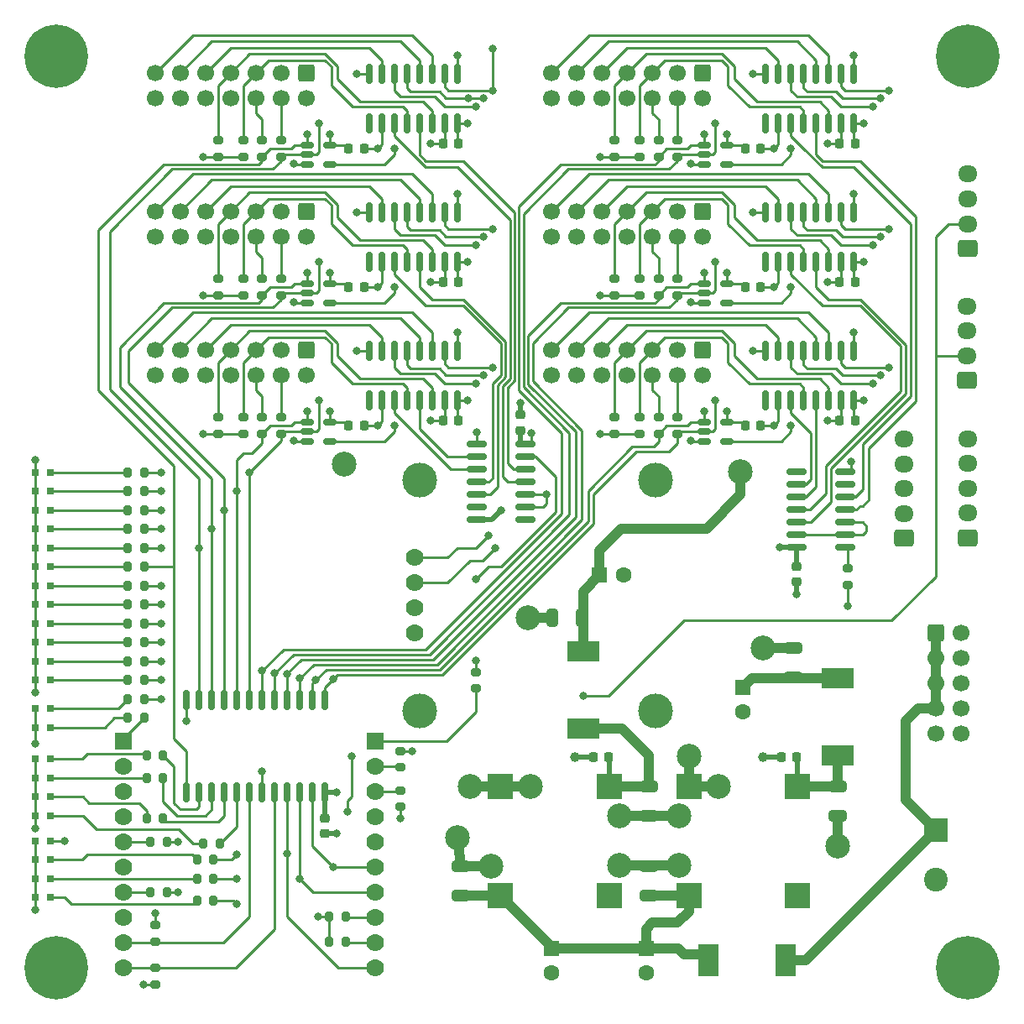
<source format=gbr>
%TF.GenerationSoftware,KiCad,Pcbnew,(7.0.0)*%
%TF.CreationDate,2023-03-12T03:04:05-07:00*%
%TF.ProjectId,EnergyMonitor - ESP PCB,456e6572-6779-44d6-9f6e-69746f72202d,rev?*%
%TF.SameCoordinates,Original*%
%TF.FileFunction,Copper,L1,Top*%
%TF.FilePolarity,Positive*%
%FSLAX46Y46*%
G04 Gerber Fmt 4.6, Leading zero omitted, Abs format (unit mm)*
G04 Created by KiCad (PCBNEW (7.0.0)) date 2023-03-12 03:04:05*
%MOMM*%
%LPD*%
G01*
G04 APERTURE LIST*
G04 Aperture macros list*
%AMRoundRect*
0 Rectangle with rounded corners*
0 $1 Rounding radius*
0 $2 $3 $4 $5 $6 $7 $8 $9 X,Y pos of 4 corners*
0 Add a 4 corners polygon primitive as box body*
4,1,4,$2,$3,$4,$5,$6,$7,$8,$9,$2,$3,0*
0 Add four circle primitives for the rounded corners*
1,1,$1+$1,$2,$3*
1,1,$1+$1,$4,$5*
1,1,$1+$1,$6,$7*
1,1,$1+$1,$8,$9*
0 Add four rect primitives between the rounded corners*
20,1,$1+$1,$2,$3,$4,$5,0*
20,1,$1+$1,$4,$5,$6,$7,0*
20,1,$1+$1,$6,$7,$8,$9,0*
20,1,$1+$1,$8,$9,$2,$3,0*%
G04 Aperture macros list end*
%TA.AperFunction,SMDPad,CuDef*%
%ADD10RoundRect,0.225000X-0.250000X0.225000X-0.250000X-0.225000X0.250000X-0.225000X0.250000X0.225000X0*%
%TD*%
%TA.AperFunction,ComponentPad*%
%ADD11RoundRect,0.250000X-0.600000X-0.600000X0.600000X-0.600000X0.600000X0.600000X-0.600000X0.600000X0*%
%TD*%
%TA.AperFunction,ComponentPad*%
%ADD12C,1.700000*%
%TD*%
%TA.AperFunction,SMDPad,CuDef*%
%ADD13RoundRect,0.150000X-0.150000X0.875000X-0.150000X-0.875000X0.150000X-0.875000X0.150000X0.875000X0*%
%TD*%
%TA.AperFunction,ComponentPad*%
%ADD14C,0.800000*%
%TD*%
%TA.AperFunction,ComponentPad*%
%ADD15C,6.400000*%
%TD*%
%TA.AperFunction,SMDPad,CuDef*%
%ADD16RoundRect,0.200000X0.275000X-0.200000X0.275000X0.200000X-0.275000X0.200000X-0.275000X-0.200000X0*%
%TD*%
%TA.AperFunction,SMDPad,CuDef*%
%ADD17RoundRect,0.200000X-0.275000X0.200000X-0.275000X-0.200000X0.275000X-0.200000X0.275000X0.200000X0*%
%TD*%
%TA.AperFunction,SMDPad,CuDef*%
%ADD18RoundRect,0.250000X0.650000X-0.325000X0.650000X0.325000X-0.650000X0.325000X-0.650000X-0.325000X0*%
%TD*%
%TA.AperFunction,SMDPad,CuDef*%
%ADD19RoundRect,0.250000X-0.650000X0.325000X-0.650000X-0.325000X0.650000X-0.325000X0.650000X0.325000X0*%
%TD*%
%TA.AperFunction,SMDPad,CuDef*%
%ADD20RoundRect,0.225000X0.225000X0.250000X-0.225000X0.250000X-0.225000X-0.250000X0.225000X-0.250000X0*%
%TD*%
%TA.AperFunction,SMDPad,CuDef*%
%ADD21R,2.500000X2.500000*%
%TD*%
%TA.AperFunction,ComponentPad*%
%ADD22RoundRect,0.250000X-0.600000X0.600000X-0.600000X-0.600000X0.600000X-0.600000X0.600000X0.600000X0*%
%TD*%
%TA.AperFunction,ComponentPad*%
%ADD23R,1.600000X1.600000*%
%TD*%
%TA.AperFunction,ComponentPad*%
%ADD24C,1.600000*%
%TD*%
%TA.AperFunction,ComponentPad*%
%ADD25R,2.400000X2.400000*%
%TD*%
%TA.AperFunction,ComponentPad*%
%ADD26C,2.400000*%
%TD*%
%TA.AperFunction,SMDPad,CuDef*%
%ADD27R,2.000000X3.200000*%
%TD*%
%TA.AperFunction,SMDPad,CuDef*%
%ADD28RoundRect,0.250000X0.325000X0.650000X-0.325000X0.650000X-0.325000X-0.650000X0.325000X-0.650000X0*%
%TD*%
%TA.AperFunction,SMDPad,CuDef*%
%ADD29R,3.200000X2.000000*%
%TD*%
%TA.AperFunction,SMDPad,CuDef*%
%ADD30RoundRect,0.225000X0.250000X-0.225000X0.250000X0.225000X-0.250000X0.225000X-0.250000X-0.225000X0*%
%TD*%
%TA.AperFunction,SMDPad,CuDef*%
%ADD31RoundRect,0.200000X0.200000X0.275000X-0.200000X0.275000X-0.200000X-0.275000X0.200000X-0.275000X0*%
%TD*%
%TA.AperFunction,SMDPad,CuDef*%
%ADD32RoundRect,0.150000X-0.825000X-0.150000X0.825000X-0.150000X0.825000X0.150000X-0.825000X0.150000X0*%
%TD*%
%TA.AperFunction,ComponentPad*%
%ADD33C,1.778000*%
%TD*%
%TA.AperFunction,ComponentPad*%
%ADD34C,3.500000*%
%TD*%
%TA.AperFunction,ComponentPad*%
%ADD35R,1.778000X1.778000*%
%TD*%
%TA.AperFunction,SMDPad,CuDef*%
%ADD36RoundRect,0.150000X0.825000X0.150000X-0.825000X0.150000X-0.825000X-0.150000X0.825000X-0.150000X0*%
%TD*%
%TA.AperFunction,ComponentPad*%
%ADD37RoundRect,0.250000X0.725000X-0.600000X0.725000X0.600000X-0.725000X0.600000X-0.725000X-0.600000X0*%
%TD*%
%TA.AperFunction,ComponentPad*%
%ADD38O,1.950000X1.700000*%
%TD*%
%TA.AperFunction,SMDPad,CuDef*%
%ADD39R,0.800000X0.800000*%
%TD*%
%TA.AperFunction,SMDPad,CuDef*%
%ADD40RoundRect,0.150000X-0.150000X0.825000X-0.150000X-0.825000X0.150000X-0.825000X0.150000X0.825000X0*%
%TD*%
%TA.AperFunction,SMDPad,CuDef*%
%ADD41RoundRect,0.150000X-0.512500X-0.150000X0.512500X-0.150000X0.512500X0.150000X-0.512500X0.150000X0*%
%TD*%
%TA.AperFunction,SMDPad,CuDef*%
%ADD42RoundRect,0.225000X-0.225000X-0.250000X0.225000X-0.250000X0.225000X0.250000X-0.225000X0.250000X0*%
%TD*%
%TA.AperFunction,SMDPad,CuDef*%
%ADD43RoundRect,0.200000X-0.200000X-0.275000X0.200000X-0.275000X0.200000X0.275000X-0.200000X0.275000X0*%
%TD*%
%TA.AperFunction,ViaPad*%
%ADD44C,2.500000*%
%TD*%
%TA.AperFunction,ViaPad*%
%ADD45C,1.000000*%
%TD*%
%TA.AperFunction,ViaPad*%
%ADD46C,0.800000*%
%TD*%
%TA.AperFunction,Conductor*%
%ADD47C,0.500000*%
%TD*%
%TA.AperFunction,Conductor*%
%ADD48C,1.000000*%
%TD*%
%TA.AperFunction,Conductor*%
%ADD49C,0.250000*%
%TD*%
G04 APERTURE END LIST*
D10*
%TO.P,C1,1*%
%TO.N,+3.3V*%
X118653000Y-95509000D03*
%TO.P,C1,2*%
%TO.N,GND*%
X118653000Y-97059000D03*
%TD*%
D11*
%TO.P,J1,1,Pin_1*%
%TO.N,+9V*%
X132710000Y-102230000D03*
D12*
%TO.P,J1,2,Pin_2*%
%TO.N,unconnected-(J1-Pin_2-Pad2)*%
X135250000Y-102230000D03*
%TO.P,J1,3,Pin_3*%
%TO.N,+9V*%
X132710000Y-104770000D03*
%TO.P,J1,4,Pin_4*%
%TO.N,GND*%
X135250000Y-104770000D03*
%TO.P,J1,5,Pin_5*%
%TO.N,+9V*%
X132710000Y-107310000D03*
%TO.P,J1,6,Pin_6*%
%TO.N,GND*%
X135250000Y-107310000D03*
%TO.P,J1,7,Pin_7*%
%TO.N,+9V*%
X132710000Y-109850000D03*
%TO.P,J1,8,Pin_8*%
%TO.N,GND*%
X135250000Y-109850000D03*
%TO.P,J1,9,Pin_9*%
%TO.N,unconnected-(J1-Pin_9-Pad9)*%
X132710000Y-112390000D03*
%TO.P,J1,10,Pin_10*%
%TO.N,GND*%
X135250000Y-112390000D03*
%TD*%
D13*
%TO.P,U4,1,S0*%
%TO.N,/ESP1/~{CS_5_R}*%
X71115000Y-109010000D03*
%TO.P,U4,2,S1*%
%TO.N,/ESP1/~{CS_6_R}*%
X69845000Y-109010000D03*
%TO.P,U4,3,S2*%
%TO.N,/ESP1/~{CS_3_R}*%
X68575000Y-109010000D03*
%TO.P,U4,4,S3*%
%TO.N,/ESP1/~{CS_4_R}*%
X67305000Y-109010000D03*
%TO.P,U4,5,S4*%
%TO.N,/ESP1/~{CS_1}*%
X66035000Y-109010000D03*
%TO.P,U4,6,S5*%
%TO.N,/ESP1/~{CS_2}*%
X64765000Y-109010000D03*
%TO.P,U4,7,S6*%
%TO.N,/ESP1/~{CS_11_R}*%
X63495000Y-109010000D03*
%TO.P,U4,8,S7*%
%TO.N,/ESP1/~{CS_12_R}*%
X62225000Y-109010000D03*
%TO.P,U4,9,S8*%
%TO.N,/ESP1/~{CS_9_R}*%
X60955000Y-109010000D03*
%TO.P,U4,10,S9*%
%TO.N,/ESP1/~{CS_10_R}*%
X59685000Y-109010000D03*
%TO.P,U4,11,S10*%
%TO.N,/ESP1/~{CS_7_R}*%
X58415000Y-109010000D03*
%TO.P,U4,12,GND*%
%TO.N,GND*%
X57145000Y-109010000D03*
%TO.P,U4,13,S11*%
%TO.N,/ESP1/~{CS_8_R}*%
X57145000Y-118310000D03*
%TO.P,U4,14,S12*%
%TO.N,/ESP1/C13*%
X58415000Y-118310000D03*
%TO.P,U4,15,S13*%
%TO.N,/ESP1/C14*%
X59685000Y-118310000D03*
%TO.P,U4,16,S14*%
%TO.N,/ESP1/C15*%
X60955000Y-118310000D03*
%TO.P,U4,17,S15*%
%TO.N,/ESP1/C16*%
X62225000Y-118310000D03*
%TO.P,U4,18,E0*%
%TO.N,/ESP1/CS_EN*%
X63495000Y-118310000D03*
%TO.P,U4,19,E1*%
%TO.N,GND*%
X64765000Y-118310000D03*
%TO.P,U4,20,A3*%
%TO.N,/ESP1/CS_A3*%
X66035000Y-118310000D03*
%TO.P,U4,21,A2*%
%TO.N,/ESP1/CS_A2*%
X67305000Y-118310000D03*
%TO.P,U4,22,A1*%
%TO.N,/ESP1/CS_A1*%
X68575000Y-118310000D03*
%TO.P,U4,23,A0*%
%TO.N,/ESP1/CS_A0*%
X69845000Y-118310000D03*
%TO.P,U4,24,VCC*%
%TO.N,+3.3V*%
X71115000Y-118310000D03*
%TD*%
D14*
%TO.P,H1,1*%
%TO.N,N/C*%
X41600000Y-44000000D03*
X42302944Y-42302944D03*
X42302944Y-45697056D03*
X44000000Y-41600000D03*
D15*
X44000000Y-44000000D03*
D14*
X44000000Y-46400000D03*
X45697056Y-42302944D03*
X45697056Y-45697056D03*
X46400000Y-44000000D03*
%TD*%
%TO.P,H2,1*%
%TO.N,N/C*%
X41600000Y-136000000D03*
X42302944Y-134302944D03*
X42302944Y-137697056D03*
X44000000Y-133600000D03*
D15*
X44000000Y-136000000D03*
D14*
X44000000Y-138400000D03*
X45697056Y-134302944D03*
X45697056Y-137697056D03*
X46400000Y-136000000D03*
%TD*%
%TO.P,H3,1*%
%TO.N,N/C*%
X133600000Y-44000000D03*
X134302944Y-42302944D03*
X134302944Y-45697056D03*
X136000000Y-41600000D03*
D15*
X136000000Y-44000000D03*
D14*
X136000000Y-46400000D03*
X137697056Y-42302944D03*
X137697056Y-45697056D03*
X138400000Y-44000000D03*
%TD*%
%TO.P,H4,1*%
%TO.N,N/C*%
X133600000Y-136000000D03*
X134302944Y-134302944D03*
X134302944Y-137697056D03*
X136000000Y-133600000D03*
D15*
X136000000Y-136000000D03*
D14*
X136000000Y-138400000D03*
X137697056Y-134302944D03*
X137697056Y-137697056D03*
X138400000Y-136000000D03*
%TD*%
D16*
%TO.P,R3,1*%
%TO.N,Net-(U2-GPIO39)*%
X86355000Y-107805000D03*
%TO.P,R3,2*%
%TO.N,Net-(R3-Pad2)*%
X86355000Y-106155000D03*
%TD*%
D17*
%TO.P,R1,1*%
%TO.N,+3.3V*%
X53970000Y-131695000D03*
%TO.P,R1,2*%
%TO.N,/ESP1/CS_EN*%
X53970000Y-133345000D03*
%TD*%
D18*
%TO.P,C6,1*%
%TO.N,Net-(U5-+VIn)*%
X84810000Y-128687500D03*
%TO.P,C6,2*%
%TO.N,GND*%
X84810000Y-125737500D03*
%TD*%
%TO.P,C7,1*%
%TO.N,Net-(U5-+VIn)*%
X103810000Y-128687500D03*
%TO.P,C7,2*%
%TO.N,GND*%
X103810000Y-125737500D03*
%TD*%
D19*
%TO.P,C8,1*%
%TO.N,Net-(U5-+VOut)*%
X103810000Y-117712500D03*
%TO.P,C8,2*%
%TO.N,GND*%
X103810000Y-120662500D03*
%TD*%
%TO.P,C9,1*%
%TO.N,Net-(U6-+VOut)*%
X122810000Y-117712500D03*
%TO.P,C9,2*%
%TO.N,GND*%
X122810000Y-120662500D03*
%TD*%
D20*
%TO.P,C10,1*%
%TO.N,Net-(U5-+VOut)*%
X99710000Y-114700000D03*
%TO.P,C10,2*%
%TO.N,GND*%
X98160000Y-114700000D03*
%TD*%
%TO.P,C11,1*%
%TO.N,Net-(U6-+VOut)*%
X118710000Y-114700000D03*
%TO.P,C11,2*%
%TO.N,GND*%
X117160000Y-114700000D03*
%TD*%
D21*
%TO.P,U6,1,+VIn*%
%TO.N,Net-(U5-+VIn)*%
X107809999Y-128699999D03*
%TO.P,U6,2,Gnd*%
%TO.N,GND*%
X107809999Y-117699999D03*
%TO.P,U6,3,+VOut*%
%TO.N,Net-(U6-+VOut)*%
X118809999Y-117699999D03*
%TO.P,U6,4,On/~{Off}*%
%TO.N,unconnected-(U6-On{slash}~{Off}-Pad4)*%
X118809999Y-128699999D03*
%TD*%
D22*
%TO.P,J3,1,Pin_1*%
%TO.N,+3.3V*%
X109215000Y-59685000D03*
D12*
%TO.P,J3,2,Pin_2*%
%TO.N,+5V*%
X109215000Y-62225000D03*
%TO.P,J3,3,Pin_3*%
%TO.N,+3.3V*%
X106675000Y-59685000D03*
%TO.P,J3,4,Pin_4*%
%TO.N,/ESP1/~{CS_3}*%
X106675000Y-62225000D03*
%TO.P,J3,5,Pin_5*%
%TO.N,/ESP1/IRQ_3*%
X104135000Y-59685000D03*
%TO.P,J3,6,Pin_6*%
%TO.N,/ESP1/~{CS_4}*%
X104135000Y-62225000D03*
%TO.P,J3,7,Pin_7*%
%TO.N,/ESP1/IRQ_4*%
X101595000Y-59685000D03*
%TO.P,J3,8,Pin_8*%
%TO.N,GND*%
X101595000Y-62225000D03*
%TO.P,J3,9,Pin_9*%
%TO.N,/ESP1/MOSI_2*%
X99055000Y-59685000D03*
%TO.P,J3,10,Pin_10*%
%TO.N,GND*%
X99055000Y-62225000D03*
%TO.P,J3,11,Pin_11*%
%TO.N,/ESP1/MISO_2*%
X96515000Y-59685000D03*
%TO.P,J3,12,Pin_12*%
%TO.N,GND*%
X96515000Y-62225000D03*
%TO.P,J3,13,Pin_13*%
%TO.N,/ESP1/SCLK_2*%
X93975000Y-59685000D03*
%TO.P,J3,14,Pin_14*%
%TO.N,GND*%
X93975000Y-62225000D03*
%TD*%
D22*
%TO.P,J4,1,Pin_1*%
%TO.N,+3.3V*%
X109215000Y-73655000D03*
D12*
%TO.P,J4,2,Pin_2*%
%TO.N,+5V*%
X109215000Y-76195000D03*
%TO.P,J4,3,Pin_3*%
%TO.N,+3.3V*%
X106675000Y-73655000D03*
%TO.P,J4,4,Pin_4*%
%TO.N,/ESP1/~{CS_5}*%
X106675000Y-76195000D03*
%TO.P,J4,5,Pin_5*%
%TO.N,/ESP1/IRQ_5*%
X104135000Y-73655000D03*
%TO.P,J4,6,Pin_6*%
%TO.N,/ESP1/~{CS_6}*%
X104135000Y-76195000D03*
%TO.P,J4,7,Pin_7*%
%TO.N,/ESP1/IRQ_6*%
X101595000Y-73655000D03*
%TO.P,J4,8,Pin_8*%
%TO.N,GND*%
X101595000Y-76195000D03*
%TO.P,J4,9,Pin_9*%
%TO.N,/ESP1/MOSI_3*%
X99055000Y-73655000D03*
%TO.P,J4,10,Pin_10*%
%TO.N,GND*%
X99055000Y-76195000D03*
%TO.P,J4,11,Pin_11*%
%TO.N,/ESP1/MISO_3*%
X96515000Y-73655000D03*
%TO.P,J4,12,Pin_12*%
%TO.N,GND*%
X96515000Y-76195000D03*
%TO.P,J4,13,Pin_13*%
%TO.N,/ESP1/SCLK_3*%
X93975000Y-73655000D03*
%TO.P,J4,14,Pin_14*%
%TO.N,GND*%
X93975000Y-76195000D03*
%TD*%
D22*
%TO.P,J7,1,Pin_1*%
%TO.N,+3.3V*%
X69210000Y-73655000D03*
D12*
%TO.P,J7,2,Pin_2*%
%TO.N,+5V*%
X69210000Y-76195000D03*
%TO.P,J7,3,Pin_3*%
%TO.N,+3.3V*%
X66670000Y-73655000D03*
%TO.P,J7,4,Pin_4*%
%TO.N,/ESP1/~{CS_11}*%
X66670000Y-76195000D03*
%TO.P,J7,5,Pin_5*%
%TO.N,/ESP1/IRQ_11*%
X64130000Y-73655000D03*
%TO.P,J7,6,Pin_6*%
%TO.N,/ESP1/~{CS_12}*%
X64130000Y-76195000D03*
%TO.P,J7,7,Pin_7*%
%TO.N,/ESP1/IRQ_12*%
X61590000Y-73655000D03*
%TO.P,J7,8,Pin_8*%
%TO.N,GND*%
X61590000Y-76195000D03*
%TO.P,J7,9,Pin_9*%
%TO.N,/ESP1/MOSI_6*%
X59050000Y-73655000D03*
%TO.P,J7,10,Pin_10*%
%TO.N,GND*%
X59050000Y-76195000D03*
%TO.P,J7,11,Pin_11*%
%TO.N,/ESP1/MISO_6*%
X56510000Y-73655000D03*
%TO.P,J7,12,Pin_12*%
%TO.N,GND*%
X56510000Y-76195000D03*
%TO.P,J7,13,Pin_13*%
%TO.N,/ESP1/SCLK_6*%
X53970000Y-73655000D03*
%TO.P,J7,14,Pin_14*%
%TO.N,GND*%
X53970000Y-76195000D03*
%TD*%
D22*
%TO.P,J6,1,Pin_1*%
%TO.N,+3.3V*%
X69210000Y-59685000D03*
D12*
%TO.P,J6,2,Pin_2*%
%TO.N,+5V*%
X69210000Y-62225000D03*
%TO.P,J6,3,Pin_3*%
%TO.N,+3.3V*%
X66670000Y-59685000D03*
%TO.P,J6,4,Pin_4*%
%TO.N,/ESP1/~{CS_9}*%
X66670000Y-62225000D03*
%TO.P,J6,5,Pin_5*%
%TO.N,/ESP1/IRQ_9*%
X64130000Y-59685000D03*
%TO.P,J6,6,Pin_6*%
%TO.N,/ESP1/~{CS_10}*%
X64130000Y-62225000D03*
%TO.P,J6,7,Pin_7*%
%TO.N,/ESP1/IRQ_10*%
X61590000Y-59685000D03*
%TO.P,J6,8,Pin_8*%
%TO.N,GND*%
X61590000Y-62225000D03*
%TO.P,J6,9,Pin_9*%
%TO.N,/ESP1/MOSI_5*%
X59050000Y-59685000D03*
%TO.P,J6,10,Pin_10*%
%TO.N,GND*%
X59050000Y-62225000D03*
%TO.P,J6,11,Pin_11*%
%TO.N,/ESP1/MISO_5*%
X56510000Y-59685000D03*
%TO.P,J6,12,Pin_12*%
%TO.N,GND*%
X56510000Y-62225000D03*
%TO.P,J6,13,Pin_13*%
%TO.N,/ESP1/SCLK_5*%
X53970000Y-59685000D03*
%TO.P,J6,14,Pin_14*%
%TO.N,GND*%
X53970000Y-62225000D03*
%TD*%
D22*
%TO.P,J5,1,Pin_1*%
%TO.N,+3.3V*%
X69210000Y-45715000D03*
D12*
%TO.P,J5,2,Pin_2*%
%TO.N,+5V*%
X69210000Y-48255000D03*
%TO.P,J5,3,Pin_3*%
%TO.N,+3.3V*%
X66670000Y-45715000D03*
%TO.P,J5,4,Pin_4*%
%TO.N,/ESP1/~{CS_7}*%
X66670000Y-48255000D03*
%TO.P,J5,5,Pin_5*%
%TO.N,/ESP1/IRQ_7*%
X64130000Y-45715000D03*
%TO.P,J5,6,Pin_6*%
%TO.N,/ESP1/~{CS_8}*%
X64130000Y-48255000D03*
%TO.P,J5,7,Pin_7*%
%TO.N,/ESP1/IRQ_8*%
X61590000Y-45715000D03*
%TO.P,J5,8,Pin_8*%
%TO.N,GND*%
X61590000Y-48255000D03*
%TO.P,J5,9,Pin_9*%
%TO.N,/ESP1/MOSI_4*%
X59050000Y-45715000D03*
%TO.P,J5,10,Pin_10*%
%TO.N,GND*%
X59050000Y-48255000D03*
%TO.P,J5,11,Pin_11*%
%TO.N,/ESP1/MISO_4*%
X56510000Y-45715000D03*
%TO.P,J5,12,Pin_12*%
%TO.N,GND*%
X56510000Y-48255000D03*
%TO.P,J5,13,Pin_13*%
%TO.N,/ESP1/SCLK_4*%
X53970000Y-45715000D03*
%TO.P,J5,14,Pin_14*%
%TO.N,GND*%
X53970000Y-48255000D03*
%TD*%
D23*
%TO.P,C14,1*%
%TO.N,Net-(U5-+VIn)*%
X93974999Y-134019999D03*
D24*
%TO.P,C14,2*%
%TO.N,GND*%
X93975000Y-136520000D03*
%TD*%
D25*
%TO.P,C4,1*%
%TO.N,+9V*%
X132709999Y-122131040D03*
D26*
%TO.P,C4,2*%
%TO.N,GND*%
X132710000Y-127131041D03*
%TD*%
D23*
%TO.P,C5,1*%
%TO.N,Net-(U5-+VIn)*%
X103499999Y-134019999D03*
D24*
%TO.P,C5,2*%
%TO.N,GND*%
X103500000Y-136520000D03*
%TD*%
D27*
%TO.P,L1,1*%
%TO.N,+9V*%
X117559999Y-135249999D03*
%TO.P,L1,2*%
%TO.N,Net-(U5-+VIn)*%
X109759999Y-135249999D03*
%TD*%
D21*
%TO.P,U5,1,+VIn*%
%TO.N,Net-(U5-+VIn)*%
X88809999Y-128699999D03*
%TO.P,U5,2,Gnd*%
%TO.N,GND*%
X88809999Y-117699999D03*
%TO.P,U5,3,+VOut*%
%TO.N,Net-(U5-+VOut)*%
X99809999Y-117699999D03*
%TO.P,U5,4,On/~{Off}*%
%TO.N,unconnected-(U5-On{slash}~{Off}-Pad4)*%
X99809999Y-128699999D03*
%TD*%
D28*
%TO.P,C12,1*%
%TO.N,+5V*%
X96974000Y-100706000D03*
%TO.P,C12,2*%
%TO.N,GND*%
X94024000Y-100706000D03*
%TD*%
D29*
%TO.P,L2,1*%
%TO.N,Net-(U5-+VOut)*%
X97149999Y-111844999D03*
%TO.P,L2,2*%
%TO.N,+5V*%
X97149999Y-104044999D03*
%TD*%
D23*
%TO.P,C15,1*%
%TO.N,+5V*%
X98782605Y-96387999D03*
D24*
%TO.P,C15,2*%
%TO.N,GND*%
X101282606Y-96388000D03*
%TD*%
D23*
%TO.P,C16,1*%
%TO.N,+3.3V*%
X113309999Y-107699999D03*
D24*
%TO.P,C16,2*%
%TO.N,GND*%
X113310000Y-110200000D03*
%TD*%
D29*
%TO.P,L3,1*%
%TO.N,Net-(U6-+VOut)*%
X122809999Y-114599999D03*
%TO.P,L3,2*%
%TO.N,+3.3V*%
X122809999Y-106799999D03*
%TD*%
D18*
%TO.P,C13,1*%
%TO.N,+3.3V*%
X118310000Y-106675000D03*
%TO.P,C13,2*%
%TO.N,GND*%
X118310000Y-103725000D03*
%TD*%
D22*
%TO.P,J2,1,Pin_1*%
%TO.N,+3.3V*%
X109215000Y-45715000D03*
D12*
%TO.P,J2,2,Pin_2*%
%TO.N,+5V*%
X109215000Y-48255000D03*
%TO.P,J2,3,Pin_3*%
%TO.N,+3.3V*%
X106675000Y-45715000D03*
%TO.P,J2,4,Pin_4*%
%TO.N,/ESP1/~{CS_1}*%
X106675000Y-48255000D03*
%TO.P,J2,5,Pin_5*%
%TO.N,/ESP1/IRQ_1*%
X104135000Y-45715000D03*
%TO.P,J2,6,Pin_6*%
%TO.N,/ESP1/~{CS_2}*%
X104135000Y-48255000D03*
%TO.P,J2,7,Pin_7*%
%TO.N,/ESP1/IRQ_2*%
X101595000Y-45715000D03*
%TO.P,J2,8,Pin_8*%
%TO.N,GND*%
X101595000Y-48255000D03*
%TO.P,J2,9,Pin_9*%
%TO.N,/ESP1/MOSI_1*%
X99055000Y-45715000D03*
%TO.P,J2,10,Pin_10*%
%TO.N,GND*%
X99055000Y-48255000D03*
%TO.P,J2,11,Pin_11*%
%TO.N,/ESP1/MISO_1*%
X96515000Y-45715000D03*
%TO.P,J2,12,Pin_12*%
%TO.N,GND*%
X96515000Y-48255000D03*
%TO.P,J2,13,Pin_13*%
%TO.N,/ESP1/SCLK_1*%
X93975000Y-45715000D03*
%TO.P,J2,14,Pin_14*%
%TO.N,GND*%
X93975000Y-48255000D03*
%TD*%
D30*
%TO.P,C3,1*%
%TO.N,+3.3V*%
X90800000Y-81783000D03*
%TO.P,C3,2*%
%TO.N,GND*%
X90800000Y-80233000D03*
%TD*%
D10*
%TO.P,C2,1*%
%TO.N,+3.3V*%
X71130000Y-120885000D03*
%TO.P,C2,2*%
%TO.N,GND*%
X71130000Y-122435000D03*
%TD*%
D31*
%TO.P,R4,1*%
%TO.N,+3.3V*%
X55156250Y-123252750D03*
%TO.P,R4,2*%
%TO.N,/ESP1/I2C_SDA*%
X53506250Y-123252750D03*
%TD*%
%TO.P,R5,1*%
%TO.N,+3.3V*%
X55156250Y-128332750D03*
%TO.P,R5,2*%
%TO.N,/ESP1/I2C_SCL*%
X53506250Y-128332750D03*
%TD*%
D32*
%TO.P,U3,1*%
%TO.N,Net-(U3-Pad1)*%
X86420000Y-83180000D03*
%TO.P,U3,2*%
%TO.N,Net-(U11-O6b)*%
X86420000Y-84450000D03*
%TO.P,U3,3*%
%TO.N,Net-(U11-O5b)*%
X86420000Y-85720000D03*
%TO.P,U3,4*%
%TO.N,Net-(U9-O5b)*%
X86420000Y-86990000D03*
%TO.P,U3,5*%
%TO.N,Net-(U9-O6b)*%
X86420000Y-88260000D03*
%TO.P,U3,6*%
%TO.N,N/C*%
X86420000Y-89530000D03*
%TO.P,U3,7,VSS*%
%TO.N,GND*%
X86420000Y-90800000D03*
%TO.P,U3,8*%
%TO.N,N/C*%
X91370000Y-90800000D03*
%TO.P,U3,9*%
%TO.N,Net-(U3-Pad1)*%
X91370000Y-89530000D03*
%TO.P,U3,10*%
X91370000Y-88260000D03*
%TO.P,U3,11*%
%TO.N,Net-(U7-O5b)*%
X91370000Y-86990000D03*
%TO.P,U3,12*%
%TO.N,Net-(U7-O6b)*%
X91370000Y-85720000D03*
%TO.P,U3,13*%
%TO.N,Net-(R3-Pad2)*%
X91370000Y-84450000D03*
%TO.P,U3,14,VDD*%
%TO.N,+3.3V*%
X91370000Y-83180000D03*
%TD*%
D33*
%TO.P,LCD1,1,VCC*%
%TO.N,+5V*%
X80205000Y-102230000D03*
%TO.P,LCD1,2,Gnd*%
%TO.N,GND*%
X80205000Y-99690000D03*
%TO.P,LCD1,3,SCL*%
%TO.N,/ESP1/I2C_SCL*%
X80205000Y-97150000D03*
%TO.P,LCD1,4,SDA*%
%TO.N,/ESP1/I2C_SDA*%
X80205000Y-94610000D03*
D34*
%TO.P,LCD1,8*%
%TO.N,N/C*%
X80705000Y-110070000D03*
X104505000Y-110070000D03*
X80705000Y-86770000D03*
X104505000Y-86770000D03*
%TD*%
D35*
%TO.P,U2,1,5V*%
%TO.N,+5V*%
X50794999Y-113112499D03*
D33*
%TO.P,U2,2,3.3V*%
%TO.N,unconnected-(U2-3.3V-Pad2)*%
X50795000Y-115652500D03*
%TO.P,U2,3,GND*%
%TO.N,GND*%
X50795000Y-118192500D03*
%TO.P,U2,4,ESP_EN*%
%TO.N,unconnected-(U2-ESP_EN-Pad4)*%
X50795000Y-120732500D03*
%TO.P,U2,5,GPIO0*%
%TO.N,/ESP1/I2C_SDA*%
X50795000Y-123272500D03*
%TO.P,U2,6,GPIO1/U0TXD*%
%TO.N,unconnected-(U2-GPIO1{slash}U0TXD-Pad6)*%
X50795000Y-125812500D03*
%TO.P,U2,7,GPIO2/HS2_DATA0*%
%TO.N,/ESP1/I2C_SCL*%
X50795000Y-128352500D03*
%TO.P,U2,8,GPIO3/U0RXD*%
%TO.N,unconnected-(U2-GPIO3{slash}U0RXD-Pad8)*%
X50795000Y-130892500D03*
%TO.P,U2,9,GPIO4/U1TXD*%
%TO.N,/ESP1/CS_EN*%
X50795000Y-133432500D03*
%TO.P,U2,10,GPIO5/SPI_CS*%
%TO.N,/ESP1/CS_A3*%
X50795000Y-135972500D03*
D35*
%TO.P,U2,11,GPIO39*%
%TO.N,Net-(U2-GPIO39)*%
X76194999Y-113112499D03*
D33*
%TO.P,U2,12,GPIO36/U1RXD*%
%TO.N,/ESP1/1WIRE*%
X76195000Y-115652500D03*
%TO.P,U2,13,GPIO35*%
%TO.N,/ESP1/MISO*%
X76195000Y-118192500D03*
%TO.P,U2,14,GPIO34/BUT1*%
%TO.N,unconnected-(U2-GPIO34{slash}BUT1-Pad14)*%
X76195000Y-120732500D03*
%TO.P,U2,15,GPIO33*%
%TO.N,Net-(U2-GPIO33)*%
X76195000Y-123272500D03*
%TO.P,U2,16,GPIO32*%
%TO.N,/ESP1/CS_A0*%
X76195000Y-125812500D03*
%TO.P,U2,17,GPIO16/I2C-SCL*%
%TO.N,/ESP1/CS_A1*%
X76195000Y-128352500D03*
%TO.P,U2,18,GPIO15/HS2_CMD*%
%TO.N,/ESP1/MOSI*%
X76195000Y-130892500D03*
%TO.P,U2,19,GPIO14/HS2_CLK*%
%TO.N,/ESP1/SCLK*%
X76195000Y-133432500D03*
%TO.P,U2,20,GPIO13/I2C-SDA*%
%TO.N,/ESP1/CS_A2*%
X76195000Y-135972500D03*
%TD*%
D36*
%TO.P,U1,1*%
%TO.N,Net-(R2-Pad2)*%
X123628000Y-93594000D03*
%TO.P,U1,2*%
%TO.N,Net-(U1-Pad13)*%
X123628000Y-92324000D03*
%TO.P,U1,3*%
X123628000Y-91054000D03*
%TO.P,U1,4*%
%TO.N,Net-(U13-O6b)*%
X123628000Y-89784000D03*
%TO.P,U1,5*%
%TO.N,Net-(U13-O5b)*%
X123628000Y-88514000D03*
%TO.P,U1,6*%
%TO.N,N/C*%
X123628000Y-87244000D03*
%TO.P,U1,7,VSS*%
%TO.N,GND*%
X123628000Y-85974000D03*
%TO.P,U1,8*%
%TO.N,N/C*%
X118678000Y-85974000D03*
%TO.P,U1,9*%
%TO.N,Net-(U17-O5b)*%
X118678000Y-87244000D03*
%TO.P,U1,10*%
%TO.N,Net-(U17-O6b)*%
X118678000Y-88514000D03*
%TO.P,U1,11*%
%TO.N,Net-(U15-O5b)*%
X118678000Y-89784000D03*
%TO.P,U1,12*%
%TO.N,Net-(U15-O6b)*%
X118678000Y-91054000D03*
%TO.P,U1,13*%
%TO.N,Net-(U1-Pad13)*%
X118678000Y-92324000D03*
%TO.P,U1,14,VDD*%
%TO.N,+3.3V*%
X118678000Y-93594000D03*
%TD*%
D16*
%TO.P,R2,1*%
%TO.N,Net-(U2-GPIO33)*%
X123820000Y-97340000D03*
%TO.P,R2,2*%
%TO.N,Net-(R2-Pad2)*%
X123820000Y-95690000D03*
%TD*%
D37*
%TO.P,J8,1,Pin_1*%
%TO.N,GND*%
X135885000Y-76750000D03*
D38*
%TO.P,J8,2,Pin_2*%
%TO.N,/ESP1/1WIRE*%
X135884999Y-74249999D03*
%TO.P,J8,3,Pin_3*%
%TO.N,+3.3V*%
X135884999Y-71749999D03*
%TO.P,J8,4,Pin_4*%
%TO.N,+5V*%
X135884999Y-69249999D03*
%TD*%
D37*
%TO.P,J9,1,Pin_1*%
%TO.N,GND*%
X135995000Y-63435000D03*
D38*
%TO.P,J9,2,Pin_2*%
%TO.N,/ESP1/1WIRE*%
X135994999Y-60934999D03*
%TO.P,J9,3,Pin_3*%
%TO.N,+3.3V*%
X135994999Y-58434999D03*
%TO.P,J9,4,Pin_4*%
%TO.N,+5V*%
X135994999Y-55934999D03*
%TD*%
D17*
%TO.P,R6,1*%
%TO.N,+3.3V*%
X78735000Y-114105000D03*
%TO.P,R6,2*%
%TO.N,/ESP1/1WIRE*%
X78735000Y-115755000D03*
%TD*%
D37*
%TO.P,J11,1,Pin_1*%
%TO.N,+5V*%
X129535000Y-92665000D03*
D38*
%TO.P,J11,2,Pin_2*%
%TO.N,+3.3V*%
X129534999Y-90164999D03*
%TO.P,J11,3,Pin_3*%
%TO.N,/ESP1/I2C_SCL*%
X129534999Y-87664999D03*
%TO.P,J11,4,Pin_4*%
%TO.N,/ESP1/I2C_SDA*%
X129534999Y-85164999D03*
%TO.P,J11,5,Pin_5*%
%TO.N,GND*%
X129534999Y-82664999D03*
%TD*%
D37*
%TO.P,J12,1,Pin_1*%
%TO.N,+5V*%
X135995000Y-92625000D03*
D38*
%TO.P,J12,2,Pin_2*%
%TO.N,+3.3V*%
X135994999Y-90124999D03*
%TO.P,J12,3,Pin_3*%
%TO.N,/ESP1/I2C_SCL*%
X135994999Y-87624999D03*
%TO.P,J12,4,Pin_4*%
%TO.N,/ESP1/I2C_SDA*%
X135994999Y-85124999D03*
%TO.P,J12,5,Pin_5*%
%TO.N,GND*%
X135994999Y-82624999D03*
%TD*%
D39*
%TO.P,D6,1,K*%
%TO.N,GND*%
X41904999Y-123184999D03*
%TO.P,D6,2,A*%
%TO.N,Net-(D6-A)*%
X43404999Y-123184999D03*
%TD*%
D31*
%TO.P,R28,1*%
%TO.N,/ESP1/CS_A2*%
X59875000Y-125090000D03*
%TO.P,R28,2*%
%TO.N,Net-(D5-A)*%
X58225000Y-125090000D03*
%TD*%
D39*
%TO.P,D16,1,K*%
%TO.N,Net-(D16-K)*%
X43404999Y-106979999D03*
%TO.P,D16,2,A*%
%TO.N,+3.3V*%
X41904999Y-106979999D03*
%TD*%
D40*
%TO.P,U15,1,OEa*%
%TO.N,Net-(U15-OEa)*%
X124455000Y-59815000D03*
%TO.P,U15,2,I1*%
%TO.N,/ESP1/SCLK*%
X123185000Y-59815000D03*
%TO.P,U15,3,O1a*%
%TO.N,/ESP1/SCLK_2*%
X121915000Y-59815000D03*
%TO.P,U15,4,I2*%
%TO.N,/ESP1/MISO_2*%
X120645000Y-59815000D03*
%TO.P,U15,5,O2a*%
%TO.N,/ESP1/MISO*%
X119375000Y-59815000D03*
%TO.P,U15,6,I3*%
%TO.N,/ESP1/MOSI*%
X118105000Y-59815000D03*
%TO.P,U15,7,O3a*%
%TO.N,/ESP1/MOSI_2*%
X116835000Y-59815000D03*
%TO.P,U15,8,GND*%
%TO.N,GND*%
X115565000Y-59815000D03*
%TO.P,U15,9,O4a*%
%TO.N,unconnected-(U15-O4a-Pad9)*%
X115565000Y-64765000D03*
%TO.P,U15,10,I4*%
%TO.N,GND*%
X116835000Y-64765000D03*
%TO.P,U15,11,O5b*%
%TO.N,Net-(U15-O5b)*%
X118105000Y-64765000D03*
%TO.P,U15,12,I5*%
%TO.N,/ESP1/IRQ_3*%
X119375000Y-64765000D03*
%TO.P,U15,13,O6b*%
%TO.N,Net-(U15-O6b)*%
X120645000Y-64765000D03*
%TO.P,U15,14,I6*%
%TO.N,/ESP1/IRQ_4*%
X121915000Y-64765000D03*
%TO.P,U15,15,OEb*%
%TO.N,GND*%
X123185000Y-64765000D03*
%TO.P,U15,16,VCC*%
%TO.N,+3.3V*%
X124455000Y-64765000D03*
%TD*%
D39*
%TO.P,D11,1,K*%
%TO.N,Net-(D11-K)*%
X43404999Y-97454999D03*
%TO.P,D11,2,A*%
%TO.N,+3.3V*%
X41904999Y-97454999D03*
%TD*%
D40*
%TO.P,U7,1,OEa*%
%TO.N,Net-(U7-OEa)*%
X84450000Y-45845000D03*
%TO.P,U7,2,I1*%
%TO.N,/ESP1/SCLK*%
X83180000Y-45845000D03*
%TO.P,U7,3,O1a*%
%TO.N,/ESP1/SCLK_4*%
X81910000Y-45845000D03*
%TO.P,U7,4,I2*%
%TO.N,/ESP1/MISO_4*%
X80640000Y-45845000D03*
%TO.P,U7,5,O2a*%
%TO.N,/ESP1/MISO*%
X79370000Y-45845000D03*
%TO.P,U7,6,I3*%
%TO.N,/ESP1/MOSI*%
X78100000Y-45845000D03*
%TO.P,U7,7,O3a*%
%TO.N,/ESP1/MOSI_4*%
X76830000Y-45845000D03*
%TO.P,U7,8,GND*%
%TO.N,GND*%
X75560000Y-45845000D03*
%TO.P,U7,9,O4a*%
%TO.N,unconnected-(U7-O4a-Pad9)*%
X75560000Y-50795000D03*
%TO.P,U7,10,I4*%
%TO.N,GND*%
X76830000Y-50795000D03*
%TO.P,U7,11,O5b*%
%TO.N,Net-(U7-O5b)*%
X78100000Y-50795000D03*
%TO.P,U7,12,I5*%
%TO.N,/ESP1/IRQ_7*%
X79370000Y-50795000D03*
%TO.P,U7,13,O6b*%
%TO.N,Net-(U7-O6b)*%
X80640000Y-50795000D03*
%TO.P,U7,14,I6*%
%TO.N,/ESP1/IRQ_8*%
X81910000Y-50795000D03*
%TO.P,U7,15,OEb*%
%TO.N,GND*%
X83180000Y-50795000D03*
%TO.P,U7,16,VCC*%
%TO.N,+3.3V*%
X84450000Y-50795000D03*
%TD*%
D41*
%TO.P,U14,1*%
%TO.N,/ESP1/~{CS_2}*%
X109347500Y-53020000D03*
%TO.P,U14,2*%
%TO.N,/ESP1/~{CS_1}*%
X109347500Y-53970000D03*
%TO.P,U14,3,G*%
%TO.N,GND*%
X109347500Y-54920000D03*
%TO.P,U14,4*%
%TO.N,Net-(U13-OEa)*%
X111622500Y-54920000D03*
%TO.P,U14,5,V*%
%TO.N,+3.3V*%
X111622500Y-53020000D03*
%TD*%
D16*
%TO.P,R17,1*%
%TO.N,/ESP1/~{CS_2}*%
X104770000Y-54160000D03*
%TO.P,R17,2*%
X104770000Y-52510000D03*
%TD*%
D42*
%TO.P,C19,1*%
%TO.N,+3.3V*%
X73515000Y-67305000D03*
%TO.P,C19,2*%
%TO.N,GND*%
X75065000Y-67305000D03*
%TD*%
D31*
%TO.P,R27,1*%
%TO.N,/ESP1/CS_A1*%
X59875000Y-126995000D03*
%TO.P,R27,2*%
%TO.N,Net-(D4-A)*%
X58225000Y-126995000D03*
%TD*%
D40*
%TO.P,U17,1,OEa*%
%TO.N,Net-(U17-OEa)*%
X124455000Y-73785000D03*
%TO.P,U17,2,I1*%
%TO.N,/ESP1/SCLK*%
X123185000Y-73785000D03*
%TO.P,U17,3,O1a*%
%TO.N,/ESP1/SCLK_3*%
X121915000Y-73785000D03*
%TO.P,U17,4,I2*%
%TO.N,/ESP1/MISO_3*%
X120645000Y-73785000D03*
%TO.P,U17,5,O2a*%
%TO.N,/ESP1/MISO*%
X119375000Y-73785000D03*
%TO.P,U17,6,I3*%
%TO.N,/ESP1/MOSI*%
X118105000Y-73785000D03*
%TO.P,U17,7,O3a*%
%TO.N,/ESP1/MOSI_3*%
X116835000Y-73785000D03*
%TO.P,U17,8,GND*%
%TO.N,GND*%
X115565000Y-73785000D03*
%TO.P,U17,9,O4a*%
%TO.N,unconnected-(U17-O4a-Pad9)*%
X115565000Y-78735000D03*
%TO.P,U17,10,I4*%
%TO.N,GND*%
X116835000Y-78735000D03*
%TO.P,U17,11,O5b*%
%TO.N,Net-(U17-O5b)*%
X118105000Y-78735000D03*
%TO.P,U17,12,I5*%
%TO.N,/ESP1/IRQ_5*%
X119375000Y-78735000D03*
%TO.P,U17,13,O6b*%
%TO.N,Net-(U17-O6b)*%
X120645000Y-78735000D03*
%TO.P,U17,14,I6*%
%TO.N,/ESP1/IRQ_6*%
X121915000Y-78735000D03*
%TO.P,U17,15,OEb*%
%TO.N,GND*%
X123185000Y-78735000D03*
%TO.P,U17,16,VCC*%
%TO.N,+3.3V*%
X124455000Y-78735000D03*
%TD*%
D43*
%TO.P,R42,1*%
%TO.N,Net-(D9-K)*%
X53145000Y-120950000D03*
%TO.P,R42,2*%
%TO.N,/ESP1/C15*%
X54795000Y-120950000D03*
%TD*%
%TO.P,R11,1*%
%TO.N,Net-(D13-K)*%
X51240000Y-101265000D03*
%TO.P,R11,2*%
%TO.N,/ESP1/~{CS_3_R}*%
X52890000Y-101265000D03*
%TD*%
D39*
%TO.P,D20,1,K*%
%TO.N,Net-(D20-K)*%
X43404999Y-91739999D03*
%TO.P,D20,2,A*%
%TO.N,+3.3V*%
X41904999Y-91739999D03*
%TD*%
D16*
%TO.P,R31,1*%
%TO.N,/ESP1/~{CS_12_R}*%
X64765000Y-82100000D03*
%TO.P,R31,2*%
%TO.N,/ESP1/~{CS_12}*%
X64765000Y-80450000D03*
%TD*%
D17*
%TO.P,R53,1*%
%TO.N,/ESP1/IRQ_6*%
X100325000Y-80450000D03*
%TO.P,R53,2*%
%TO.N,GND*%
X100325000Y-82100000D03*
%TD*%
%TO.P,R34,1*%
%TO.N,/ESP1/IRQ_11*%
X62860000Y-80450000D03*
%TO.P,R34,2*%
%TO.N,GND*%
X62860000Y-82100000D03*
%TD*%
%TO.P,R50,1*%
%TO.N,/ESP1/IRQ_3*%
X102865000Y-66480000D03*
%TO.P,R50,2*%
%TO.N,GND*%
X102865000Y-68130000D03*
%TD*%
D39*
%TO.P,D19,1,K*%
%TO.N,Net-(D19-K)*%
X43404999Y-89834999D03*
%TO.P,D19,2,A*%
%TO.N,+3.3V*%
X41904999Y-89834999D03*
%TD*%
D43*
%TO.P,R10,1*%
%TO.N,Net-(D12-K)*%
X51240000Y-99360000D03*
%TO.P,R10,2*%
%TO.N,/ESP1/~{CS_6_R}*%
X52890000Y-99360000D03*
%TD*%
D20*
%TO.P,C26,1*%
%TO.N,+3.3V*%
X124595000Y-80767000D03*
%TO.P,C26,2*%
%TO.N,GND*%
X123045000Y-80767000D03*
%TD*%
D41*
%TO.P,U10,1*%
%TO.N,/ESP1/~{CS_8_R}*%
X69342500Y-53020000D03*
%TO.P,U10,2*%
%TO.N,/ESP1/~{CS_7_R}*%
X69342500Y-53970000D03*
%TO.P,U10,3,G*%
%TO.N,GND*%
X69342500Y-54920000D03*
%TO.P,U10,4*%
%TO.N,Net-(U7-OEa)*%
X71617500Y-54920000D03*
%TO.P,U10,5,V*%
%TO.N,+3.3V*%
X71617500Y-53020000D03*
%TD*%
D40*
%TO.P,U11,1,OEa*%
%TO.N,Net-(U11-OEa)*%
X84450000Y-73785000D03*
%TO.P,U11,2,I1*%
%TO.N,/ESP1/SCLK*%
X83180000Y-73785000D03*
%TO.P,U11,3,O1a*%
%TO.N,/ESP1/SCLK_6*%
X81910000Y-73785000D03*
%TO.P,U11,4,I2*%
%TO.N,/ESP1/MISO_6*%
X80640000Y-73785000D03*
%TO.P,U11,5,O2a*%
%TO.N,/ESP1/MISO*%
X79370000Y-73785000D03*
%TO.P,U11,6,I3*%
%TO.N,/ESP1/MOSI*%
X78100000Y-73785000D03*
%TO.P,U11,7,O3a*%
%TO.N,/ESP1/MOSI_6*%
X76830000Y-73785000D03*
%TO.P,U11,8,GND*%
%TO.N,GND*%
X75560000Y-73785000D03*
%TO.P,U11,9,O4a*%
%TO.N,unconnected-(U11-O4a-Pad9)*%
X75560000Y-78735000D03*
%TO.P,U11,10,I4*%
%TO.N,GND*%
X76830000Y-78735000D03*
%TO.P,U11,11,O5b*%
%TO.N,Net-(U11-O5b)*%
X78100000Y-78735000D03*
%TO.P,U11,12,I5*%
%TO.N,/ESP1/IRQ_11*%
X79370000Y-78735000D03*
%TO.P,U11,13,O6b*%
%TO.N,Net-(U11-O6b)*%
X80640000Y-78735000D03*
%TO.P,U11,14,I6*%
%TO.N,/ESP1/IRQ_12*%
X81910000Y-78735000D03*
%TO.P,U11,15,OEb*%
%TO.N,GND*%
X83180000Y-78735000D03*
%TO.P,U11,16,VCC*%
%TO.N,+3.3V*%
X84450000Y-78735000D03*
%TD*%
D39*
%TO.P,D9,1,K*%
%TO.N,Net-(D9-K)*%
X43404999Y-118739999D03*
%TO.P,D9,2,A*%
%TO.N,+3.3V*%
X41904999Y-118739999D03*
%TD*%
D17*
%TO.P,R44,1*%
%TO.N,/ESP1/IRQ_7*%
X62860000Y-52510000D03*
%TO.P,R44,2*%
%TO.N,GND*%
X62860000Y-54160000D03*
%TD*%
D39*
%TO.P,D10,1,K*%
%TO.N,Net-(D10-K)*%
X43404999Y-120644999D03*
%TO.P,D10,2,A*%
%TO.N,+3.3V*%
X41904999Y-120644999D03*
%TD*%
D17*
%TO.P,R48,1*%
%TO.N,/ESP1/IRQ_1*%
X102865000Y-52510000D03*
%TO.P,R48,2*%
%TO.N,GND*%
X102865000Y-54160000D03*
%TD*%
%TO.P,R15,1*%
%TO.N,/ESP1/MISO*%
X78735000Y-118105000D03*
%TO.P,R15,2*%
%TO.N,GND*%
X78735000Y-119755000D03*
%TD*%
D39*
%TO.P,D8,1,K*%
%TO.N,Net-(D8-K)*%
X43404999Y-116834999D03*
%TO.P,D8,2,A*%
%TO.N,+3.3V*%
X41904999Y-116834999D03*
%TD*%
D43*
%TO.P,R55,1*%
%TO.N,Net-(D22-K)*%
X51240000Y-95550000D03*
%TO.P,R55,2*%
%TO.N,/ESP1/~{CS_8_R}*%
X52890000Y-95550000D03*
%TD*%
D31*
%TO.P,R8,1*%
%TO.N,+3.3V*%
X52890000Y-108885000D03*
%TO.P,R8,2*%
%TO.N,Net-(D2-A)*%
X51240000Y-108885000D03*
%TD*%
D17*
%TO.P,R29,1*%
%TO.N,/ESP1/CS_A3*%
X53970000Y-136000000D03*
%TO.P,R29,2*%
%TO.N,Net-(D6-A)*%
X53970000Y-137650000D03*
%TD*%
%TO.P,R35,1*%
%TO.N,/ESP1/IRQ_12*%
X60320000Y-80450000D03*
%TO.P,R35,2*%
%TO.N,GND*%
X60320000Y-82100000D03*
%TD*%
D39*
%TO.P,D18,1,K*%
%TO.N,Net-(D18-K)*%
X43404999Y-87929999D03*
%TO.P,D18,2,A*%
%TO.N,+3.3V*%
X41904999Y-87929999D03*
%TD*%
D17*
%TO.P,R51,1*%
%TO.N,/ESP1/IRQ_4*%
X100325000Y-66480000D03*
%TO.P,R51,2*%
%TO.N,GND*%
X100325000Y-68130000D03*
%TD*%
D39*
%TO.P,D5,1,K*%
%TO.N,GND*%
X41904999Y-125089999D03*
%TO.P,D5,2,A*%
%TO.N,Net-(D5-A)*%
X43404999Y-125089999D03*
%TD*%
D20*
%TO.P,C27,1*%
%TO.N,+3.3V*%
X84590000Y-66797000D03*
%TO.P,C27,2*%
%TO.N,GND*%
X83040000Y-66797000D03*
%TD*%
D43*
%TO.P,R40,1*%
%TO.N,Net-(D7-K)*%
X53145000Y-114600000D03*
%TO.P,R40,2*%
%TO.N,/ESP1/C13*%
X54795000Y-114600000D03*
%TD*%
%TO.P,R43,1*%
%TO.N,Net-(D10-K)*%
X58860000Y-123490000D03*
%TO.P,R43,2*%
%TO.N,/ESP1/C16*%
X60510000Y-123490000D03*
%TD*%
D31*
%TO.P,R7,1*%
%TO.N,+5V*%
X52890000Y-110790000D03*
%TO.P,R7,2*%
%TO.N,Net-(D1-A)*%
X51240000Y-110790000D03*
%TD*%
D39*
%TO.P,D4,1,K*%
%TO.N,GND*%
X41904999Y-126994999D03*
%TO.P,D4,2,A*%
%TO.N,Net-(D4-A)*%
X43404999Y-126994999D03*
%TD*%
D16*
%TO.P,R21,1*%
%TO.N,/ESP1/~{CS_6_R}*%
X104770000Y-82100000D03*
%TO.P,R21,2*%
%TO.N,/ESP1/~{CS_6}*%
X104770000Y-80450000D03*
%TD*%
D42*
%TO.P,C23,1*%
%TO.N,+3.3V*%
X113520000Y-81275000D03*
%TO.P,C23,2*%
%TO.N,GND*%
X115070000Y-81275000D03*
%TD*%
D17*
%TO.P,R47,1*%
%TO.N,/ESP1/IRQ_10*%
X60320000Y-66480000D03*
%TO.P,R47,2*%
%TO.N,GND*%
X60320000Y-68130000D03*
%TD*%
D39*
%TO.P,D13,1,K*%
%TO.N,Net-(D13-K)*%
X43404999Y-101264999D03*
%TO.P,D13,2,A*%
%TO.N,+3.3V*%
X41904999Y-101264999D03*
%TD*%
D40*
%TO.P,U9,1,OEa*%
%TO.N,Net-(U9-OEa)*%
X84450000Y-59815000D03*
%TO.P,U9,2,I1*%
%TO.N,/ESP1/SCLK*%
X83180000Y-59815000D03*
%TO.P,U9,3,O1a*%
%TO.N,/ESP1/SCLK_5*%
X81910000Y-59815000D03*
%TO.P,U9,4,I2*%
%TO.N,/ESP1/MISO_5*%
X80640000Y-59815000D03*
%TO.P,U9,5,O2a*%
%TO.N,/ESP1/MISO*%
X79370000Y-59815000D03*
%TO.P,U9,6,I3*%
%TO.N,/ESP1/MOSI*%
X78100000Y-59815000D03*
%TO.P,U9,7,O3a*%
%TO.N,/ESP1/MOSI_5*%
X76830000Y-59815000D03*
%TO.P,U9,8,GND*%
%TO.N,GND*%
X75560000Y-59815000D03*
%TO.P,U9,9,O4a*%
%TO.N,unconnected-(U9-O4a-Pad9)*%
X75560000Y-64765000D03*
%TO.P,U9,10,I4*%
%TO.N,GND*%
X76830000Y-64765000D03*
%TO.P,U9,11,O5b*%
%TO.N,Net-(U9-O5b)*%
X78100000Y-64765000D03*
%TO.P,U9,12,I5*%
%TO.N,/ESP1/IRQ_9*%
X79370000Y-64765000D03*
%TO.P,U9,13,O6b*%
%TO.N,Net-(U9-O6b)*%
X80640000Y-64765000D03*
%TO.P,U9,14,I6*%
%TO.N,/ESP1/IRQ_10*%
X81910000Y-64765000D03*
%TO.P,U9,15,OEb*%
%TO.N,GND*%
X83180000Y-64765000D03*
%TO.P,U9,16,VCC*%
%TO.N,+3.3V*%
X84450000Y-64765000D03*
%TD*%
D42*
%TO.P,C20,1*%
%TO.N,+3.3V*%
X73515000Y-81275000D03*
%TO.P,C20,2*%
%TO.N,GND*%
X75065000Y-81275000D03*
%TD*%
D43*
%TO.P,R33,1*%
%TO.N,Net-(D16-K)*%
X51240000Y-106980000D03*
%TO.P,R33,2*%
%TO.N,/ESP1/~{CS_2}*%
X52890000Y-106980000D03*
%TD*%
D17*
%TO.P,R49,1*%
%TO.N,/ESP1/IRQ_2*%
X100325000Y-52510000D03*
%TO.P,R49,2*%
%TO.N,GND*%
X100325000Y-54160000D03*
%TD*%
D16*
%TO.P,R16,1*%
%TO.N,/ESP1/~{CS_1}*%
X106675000Y-54160000D03*
%TO.P,R16,2*%
X106675000Y-52510000D03*
%TD*%
D43*
%TO.P,R38,1*%
%TO.N,Net-(D19-K)*%
X51240000Y-89835000D03*
%TO.P,R38,2*%
%TO.N,/ESP1/~{CS_9_R}*%
X52890000Y-89835000D03*
%TD*%
%TO.P,R12,1*%
%TO.N,Net-(D14-K)*%
X51240000Y-103170000D03*
%TO.P,R12,2*%
%TO.N,/ESP1/~{CS_4_R}*%
X52890000Y-103170000D03*
%TD*%
D42*
%TO.P,C18,1*%
%TO.N,+3.3V*%
X73515000Y-53335000D03*
%TO.P,C18,2*%
%TO.N,GND*%
X75065000Y-53335000D03*
%TD*%
D17*
%TO.P,R46,1*%
%TO.N,/ESP1/IRQ_9*%
X62860000Y-66480000D03*
%TO.P,R46,2*%
%TO.N,GND*%
X62860000Y-68130000D03*
%TD*%
D43*
%TO.P,R32,1*%
%TO.N,Net-(D15-K)*%
X51240000Y-105075000D03*
%TO.P,R32,2*%
%TO.N,/ESP1/~{CS_1}*%
X52890000Y-105075000D03*
%TD*%
D31*
%TO.P,R26,1*%
%TO.N,/ESP1/CS_A0*%
X59875000Y-129205000D03*
%TO.P,R26,2*%
%TO.N,Net-(D3-A)*%
X58225000Y-129205000D03*
%TD*%
D16*
%TO.P,R22,1*%
%TO.N,/ESP1/~{CS_7_R}*%
X66670000Y-54160000D03*
%TO.P,R22,2*%
%TO.N,/ESP1/~{CS_7}*%
X66670000Y-52510000D03*
%TD*%
D43*
%TO.P,R54,1*%
%TO.N,Net-(D21-K)*%
X51240000Y-93645000D03*
%TO.P,R54,2*%
%TO.N,/ESP1/~{CS_7_R}*%
X52890000Y-93645000D03*
%TD*%
D20*
%TO.P,C28,1*%
%TO.N,+3.3V*%
X84590000Y-80767000D03*
%TO.P,C28,2*%
%TO.N,GND*%
X83040000Y-80767000D03*
%TD*%
D43*
%TO.P,R39,1*%
%TO.N,Net-(D20-K)*%
X51240000Y-91740000D03*
%TO.P,R39,2*%
%TO.N,/ESP1/~{CS_10_R}*%
X52890000Y-91740000D03*
%TD*%
D16*
%TO.P,R23,1*%
%TO.N,/ESP1/~{CS_8_R}*%
X64765000Y-54160000D03*
%TO.P,R23,2*%
%TO.N,/ESP1/~{CS_8}*%
X64765000Y-52510000D03*
%TD*%
%TO.P,R24,1*%
%TO.N,/ESP1/~{CS_9_R}*%
X66670000Y-68130000D03*
%TO.P,R24,2*%
%TO.N,/ESP1/~{CS_9}*%
X66670000Y-66480000D03*
%TD*%
D41*
%TO.P,U8,1*%
%TO.N,/ESP1/~{CS_12_R}*%
X69342500Y-80960000D03*
%TO.P,U8,2*%
%TO.N,/ESP1/~{CS_11_R}*%
X69342500Y-81910000D03*
%TO.P,U8,3,G*%
%TO.N,GND*%
X69342500Y-82860000D03*
%TO.P,U8,4*%
%TO.N,Net-(U11-OEa)*%
X71617500Y-82860000D03*
%TO.P,U8,5,V*%
%TO.N,+3.3V*%
X71617500Y-80960000D03*
%TD*%
D39*
%TO.P,D2,1,K*%
%TO.N,GND*%
X41904999Y-109849999D03*
%TO.P,D2,2,A*%
%TO.N,Net-(D2-A)*%
X43404999Y-109849999D03*
%TD*%
D42*
%TO.P,C22,1*%
%TO.N,+3.3V*%
X113520000Y-67305000D03*
%TO.P,C22,2*%
%TO.N,GND*%
X115070000Y-67305000D03*
%TD*%
D43*
%TO.P,R9,1*%
%TO.N,Net-(D11-K)*%
X51240000Y-97455000D03*
%TO.P,R9,2*%
%TO.N,/ESP1/~{CS_5_R}*%
X52890000Y-97455000D03*
%TD*%
D16*
%TO.P,R30,1*%
%TO.N,/ESP1/~{CS_11_R}*%
X66670000Y-82100000D03*
%TO.P,R30,2*%
%TO.N,/ESP1/~{CS_11}*%
X66670000Y-80450000D03*
%TD*%
D20*
%TO.P,C17,1*%
%TO.N,+3.3V*%
X84590000Y-52827000D03*
%TO.P,C17,2*%
%TO.N,GND*%
X83040000Y-52827000D03*
%TD*%
D39*
%TO.P,D12,1,K*%
%TO.N,Net-(D12-K)*%
X43404999Y-99359999D03*
%TO.P,D12,2,A*%
%TO.N,+3.3V*%
X41904999Y-99359999D03*
%TD*%
D17*
%TO.P,R45,1*%
%TO.N,/ESP1/IRQ_8*%
X60320000Y-52510000D03*
%TO.P,R45,2*%
%TO.N,GND*%
X60320000Y-54160000D03*
%TD*%
D43*
%TO.P,R41,1*%
%TO.N,Net-(D8-K)*%
X53145000Y-116835000D03*
%TO.P,R41,2*%
%TO.N,/ESP1/C14*%
X54795000Y-116835000D03*
%TD*%
D41*
%TO.P,U12,1*%
%TO.N,/ESP1/~{CS_10_R}*%
X69342500Y-66990000D03*
%TO.P,U12,2*%
%TO.N,/ESP1/~{CS_9_R}*%
X69342500Y-67940000D03*
%TO.P,U12,3,G*%
%TO.N,GND*%
X69342500Y-68890000D03*
%TO.P,U12,4*%
%TO.N,Net-(U9-OEa)*%
X71617500Y-68890000D03*
%TO.P,U12,5,V*%
%TO.N,+3.3V*%
X71617500Y-66990000D03*
%TD*%
D39*
%TO.P,D1,1,K*%
%TO.N,GND*%
X41904999Y-111754999D03*
%TO.P,D1,2,A*%
%TO.N,Net-(D1-A)*%
X43404999Y-111754999D03*
%TD*%
D16*
%TO.P,R20,1*%
%TO.N,/ESP1/~{CS_5_R}*%
X106675000Y-82100000D03*
%TO.P,R20,2*%
%TO.N,/ESP1/~{CS_5}*%
X106675000Y-80450000D03*
%TD*%
%TO.P,R18,1*%
%TO.N,/ESP1/~{CS_3_R}*%
X106675000Y-68130000D03*
%TO.P,R18,2*%
%TO.N,/ESP1/~{CS_3}*%
X106675000Y-66480000D03*
%TD*%
D39*
%TO.P,D7,1,K*%
%TO.N,Net-(D7-K)*%
X43404999Y-114929999D03*
%TO.P,D7,2,A*%
%TO.N,+3.3V*%
X41904999Y-114929999D03*
%TD*%
D41*
%TO.P,U18,1*%
%TO.N,/ESP1/~{CS_6_R}*%
X109347500Y-80960000D03*
%TO.P,U18,2*%
%TO.N,/ESP1/~{CS_5_R}*%
X109347500Y-81910000D03*
%TO.P,U18,3,G*%
%TO.N,GND*%
X109347500Y-82860000D03*
%TO.P,U18,4*%
%TO.N,Net-(U17-OEa)*%
X111622500Y-82860000D03*
%TO.P,U18,5,V*%
%TO.N,+3.3V*%
X111622500Y-80960000D03*
%TD*%
D39*
%TO.P,D14,1,K*%
%TO.N,Net-(D14-K)*%
X43404999Y-103169999D03*
%TO.P,D14,2,A*%
%TO.N,+3.3V*%
X41904999Y-103169999D03*
%TD*%
%TO.P,D15,1,K*%
%TO.N,Net-(D15-K)*%
X43404999Y-105074999D03*
%TO.P,D15,2,A*%
%TO.N,+3.3V*%
X41904999Y-105074999D03*
%TD*%
D17*
%TO.P,R52,1*%
%TO.N,/ESP1/IRQ_5*%
X102865000Y-80450000D03*
%TO.P,R52,2*%
%TO.N,GND*%
X102865000Y-82100000D03*
%TD*%
D43*
%TO.P,R37,1*%
%TO.N,Net-(D18-K)*%
X51240000Y-87930000D03*
%TO.P,R37,2*%
%TO.N,/ESP1/~{CS_12_R}*%
X52890000Y-87930000D03*
%TD*%
D16*
%TO.P,R19,1*%
%TO.N,/ESP1/~{CS_4_R}*%
X104770000Y-68130000D03*
%TO.P,R19,2*%
%TO.N,/ESP1/~{CS_4}*%
X104770000Y-66480000D03*
%TD*%
D39*
%TO.P,D17,1,K*%
%TO.N,Net-(D17-K)*%
X43404999Y-86024999D03*
%TO.P,D17,2,A*%
%TO.N,+3.3V*%
X41904999Y-86024999D03*
%TD*%
D42*
%TO.P,C21,1*%
%TO.N,+3.3V*%
X113520000Y-53335000D03*
%TO.P,C21,2*%
%TO.N,GND*%
X115070000Y-53335000D03*
%TD*%
D39*
%TO.P,D21,1,K*%
%TO.N,Net-(D21-K)*%
X43404999Y-93644999D03*
%TO.P,D21,2,A*%
%TO.N,+3.3V*%
X41904999Y-93644999D03*
%TD*%
D31*
%TO.P,R13,1*%
%TO.N,/ESP1/SCLK*%
X73210000Y-133345000D03*
%TO.P,R13,2*%
%TO.N,GND*%
X71560000Y-133345000D03*
%TD*%
%TO.P,R14,1*%
%TO.N,/ESP1/MOSI*%
X73210000Y-130805000D03*
%TO.P,R14,2*%
%TO.N,GND*%
X71560000Y-130805000D03*
%TD*%
D40*
%TO.P,U13,1,OEa*%
%TO.N,Net-(U13-OEa)*%
X124455000Y-45845000D03*
%TO.P,U13,2,I1*%
%TO.N,/ESP1/SCLK*%
X123185000Y-45845000D03*
%TO.P,U13,3,O1a*%
%TO.N,/ESP1/SCLK_1*%
X121915000Y-45845000D03*
%TO.P,U13,4,I2*%
%TO.N,/ESP1/MISO_1*%
X120645000Y-45845000D03*
%TO.P,U13,5,O2a*%
%TO.N,/ESP1/MISO*%
X119375000Y-45845000D03*
%TO.P,U13,6,I3*%
%TO.N,/ESP1/MOSI*%
X118105000Y-45845000D03*
%TO.P,U13,7,O3a*%
%TO.N,/ESP1/MOSI_1*%
X116835000Y-45845000D03*
%TO.P,U13,8,GND*%
%TO.N,GND*%
X115565000Y-45845000D03*
%TO.P,U13,9,O4a*%
%TO.N,unconnected-(U13-O4a-Pad9)*%
X115565000Y-50795000D03*
%TO.P,U13,10,I4*%
%TO.N,GND*%
X116835000Y-50795000D03*
%TO.P,U13,11,O5b*%
%TO.N,Net-(U13-O5b)*%
X118105000Y-50795000D03*
%TO.P,U13,12,I5*%
%TO.N,/ESP1/IRQ_1*%
X119375000Y-50795000D03*
%TO.P,U13,13,O6b*%
%TO.N,Net-(U13-O6b)*%
X120645000Y-50795000D03*
%TO.P,U13,14,I6*%
%TO.N,/ESP1/IRQ_2*%
X121915000Y-50795000D03*
%TO.P,U13,15,OEb*%
%TO.N,GND*%
X123185000Y-50795000D03*
%TO.P,U13,16,VCC*%
%TO.N,+3.3V*%
X124455000Y-50795000D03*
%TD*%
D39*
%TO.P,D22,1,K*%
%TO.N,Net-(D22-K)*%
X43404999Y-95549999D03*
%TO.P,D22,2,A*%
%TO.N,+3.3V*%
X41904999Y-95549999D03*
%TD*%
%TO.P,D3,1,K*%
%TO.N,GND*%
X41904999Y-128899999D03*
%TO.P,D3,2,A*%
%TO.N,Net-(D3-A)*%
X43404999Y-128899999D03*
%TD*%
D16*
%TO.P,R25,1*%
%TO.N,/ESP1/~{CS_10_R}*%
X64765000Y-68130000D03*
%TO.P,R25,2*%
%TO.N,/ESP1/~{CS_10}*%
X64765000Y-66480000D03*
%TD*%
D43*
%TO.P,R36,1*%
%TO.N,Net-(D17-K)*%
X51240000Y-86025000D03*
%TO.P,R36,2*%
%TO.N,/ESP1/~{CS_11_R}*%
X52890000Y-86025000D03*
%TD*%
D20*
%TO.P,C24,1*%
%TO.N,+3.3V*%
X124595000Y-52827000D03*
%TO.P,C24,2*%
%TO.N,GND*%
X123045000Y-52827000D03*
%TD*%
%TO.P,C25,1*%
%TO.N,+3.3V*%
X124595000Y-66797000D03*
%TO.P,C25,2*%
%TO.N,GND*%
X123045000Y-66797000D03*
%TD*%
D41*
%TO.P,U16,1*%
%TO.N,/ESP1/~{CS_4_R}*%
X109347500Y-66990000D03*
%TO.P,U16,2*%
%TO.N,/ESP1/~{CS_3_R}*%
X109347500Y-67940000D03*
%TO.P,U16,3,G*%
%TO.N,GND*%
X109347500Y-68890000D03*
%TO.P,U16,4*%
%TO.N,Net-(U15-OEa)*%
X111622500Y-68890000D03*
%TO.P,U16,5,V*%
%TO.N,+3.3V*%
X111622500Y-66990000D03*
%TD*%
D44*
%TO.N,GND*%
X122810000Y-123700000D03*
X84450000Y-122900000D03*
D45*
X96310000Y-114700000D03*
D44*
X115285000Y-103700000D03*
D46*
X90800000Y-78968000D03*
X118653000Y-98324000D03*
X116406000Y-81280500D03*
X108011500Y-68884500D03*
X81783000Y-52827000D03*
X114308000Y-59815000D03*
X64765000Y-116200000D03*
X74303000Y-45845000D03*
X78735000Y-120920000D03*
D45*
X115310000Y-114700000D03*
D46*
X58860000Y-68130000D03*
X124201000Y-84958000D03*
D44*
X91562000Y-100706000D03*
D46*
X70395000Y-130805000D03*
X88895000Y-89835000D03*
X57145000Y-111120000D03*
X108011500Y-82854500D03*
X74303000Y-59815000D03*
X98865000Y-68130000D03*
D44*
X87835000Y-125725000D03*
D46*
X98865000Y-54160000D03*
D44*
X106835000Y-125700000D03*
D46*
X76401000Y-53340500D03*
D44*
X107810000Y-114675000D03*
D46*
X58860000Y-82100000D03*
X81783000Y-66797000D03*
X68006500Y-82854500D03*
X116406000Y-53340500D03*
X41905000Y-113406000D03*
X68006500Y-54914500D03*
X114308000Y-73785000D03*
X76401000Y-81280500D03*
X121788000Y-80767000D03*
X121788000Y-66797000D03*
X116406000Y-67310500D03*
D44*
X100785000Y-120700000D03*
X110835000Y-117700000D03*
D46*
X72295000Y-122435000D03*
X74303000Y-73785000D03*
X81783000Y-80767000D03*
D44*
X85785000Y-117700000D03*
D46*
X114308000Y-45845000D03*
X68006500Y-68884500D03*
X76401000Y-67310500D03*
X41905000Y-130170000D03*
X121788000Y-52827000D03*
D44*
X106835000Y-120700000D03*
X100785000Y-125700000D03*
D46*
X58860000Y-54160000D03*
X98865000Y-82100000D03*
X108011500Y-54914500D03*
D44*
X91835000Y-117700000D03*
D46*
%TO.N,+3.3V*%
X53970000Y-130480000D03*
X85466000Y-50795000D03*
X71617500Y-79878000D03*
X54605000Y-108885000D03*
X72280000Y-118310000D03*
X79900000Y-114105000D03*
X91943000Y-82037000D03*
X85466000Y-64765000D03*
X41905000Y-108250000D03*
X56321250Y-128332750D03*
X41905000Y-84755000D03*
X41905000Y-121915000D03*
X125471000Y-78735000D03*
X111622500Y-51938000D03*
X111622500Y-65908000D03*
X71617500Y-51938000D03*
X125471000Y-50795000D03*
X85466000Y-78735000D03*
X111622500Y-79878000D03*
X71617500Y-65908000D03*
X125471000Y-64765000D03*
X56321250Y-123252750D03*
X117013000Y-93594000D03*
%TO.N,Net-(D6-A)*%
X52805000Y-137650000D03*
X44890000Y-123185000D03*
%TO.N,Net-(R3-Pad2)*%
X86355000Y-104990000D03*
X86355000Y-96820000D03*
D44*
%TO.N,+5V*%
X113025000Y-85974000D03*
X73020000Y-85212000D03*
D46*
%TO.N,/ESP1/1WIRE*%
X97150000Y-108580000D03*
%TO.N,/ESP1/~{CS_2}*%
X109342000Y-51938000D03*
X54605000Y-106980000D03*
X64765000Y-106040000D03*
%TO.N,/ESP1/~{CS_1}*%
X66035000Y-106294000D03*
X110485000Y-50795000D03*
X54605000Y-105075000D03*
%TO.N,/ESP1/SCLK*%
X128011000Y-61463000D03*
X88006000Y-47493000D03*
X88006000Y-61463000D03*
X88006000Y-75433000D03*
X128011000Y-75433000D03*
X88006000Y-43302000D03*
X73782000Y-114676000D03*
X128011000Y-47493000D03*
X73401000Y-120264000D03*
%TO.N,/ESP1/MISO*%
X127122000Y-48255000D03*
X127122000Y-62225000D03*
X127122000Y-76195000D03*
X87117000Y-48255000D03*
X87117000Y-76195000D03*
X87117000Y-62225000D03*
X85593000Y-48255000D03*
%TO.N,/ESP1/MOSI*%
X126360000Y-49144000D03*
X86355000Y-77084000D03*
X126360000Y-63114000D03*
X126360000Y-77084000D03*
X86355000Y-63114000D03*
X86355000Y-49144000D03*
%TO.N,Net-(U3-Pad1)*%
X93467000Y-88260000D03*
X86420000Y-81972000D03*
%TO.N,/ESP1/I2C_SCL*%
X88260000Y-93645000D03*
%TO.N,Net-(U2-GPIO33)*%
X123820000Y-99505000D03*
%TO.N,/ESP1/CS_A0*%
X71964500Y-125812500D03*
X62256500Y-129566500D03*
%TO.N,/ESP1/CS_A1*%
X68575000Y-126995000D03*
X62225000Y-127026500D03*
%TO.N,/ESP1/CS_A2*%
X62225000Y-124598500D03*
X67305000Y-124455000D03*
%TO.N,Net-(U7-OEa)*%
X78100000Y-53335000D03*
X84455500Y-43937000D03*
%TO.N,Net-(U9-OEa)*%
X84455500Y-57907000D03*
X78100000Y-67305000D03*
%TO.N,Net-(U11-OEa)*%
X78100000Y-81275000D03*
X84455500Y-71877000D03*
%TO.N,Net-(U13-OEa)*%
X118105000Y-53335000D03*
X124460500Y-43937000D03*
%TO.N,Net-(U15-OEa)*%
X118105000Y-67305000D03*
X124460500Y-57907000D03*
%TO.N,Net-(U17-OEa)*%
X124460500Y-71877000D03*
X118105000Y-81275000D03*
%TO.N,/ESP1/I2C_SDA*%
X87625000Y-92375000D03*
%TO.N,/ESP1/~{CS_4_R}*%
X67305000Y-106345000D03*
X109342000Y-65908000D03*
X54605000Y-103170000D03*
%TO.N,/ESP1/~{CS_3_R}*%
X110485000Y-64765000D03*
X54605000Y-101265000D03*
X68575000Y-106802000D03*
%TO.N,/ESP1/~{CS_11_R}*%
X54605000Y-86025000D03*
X63495000Y-86025000D03*
X70480000Y-78735000D03*
%TO.N,/ESP1/~{CS_12_R}*%
X62225000Y-87930000D03*
X54605000Y-87930000D03*
X69337000Y-79878000D03*
%TO.N,/ESP1/~{CS_5_R}*%
X71978500Y-106827500D03*
X54605000Y-97455000D03*
X110485000Y-78735000D03*
%TO.N,/ESP1/~{CS_6_R}*%
X109342000Y-79878000D03*
X70200500Y-106954500D03*
X54605000Y-99360000D03*
%TO.N,/ESP1/~{CS_9_R}*%
X70480000Y-64765000D03*
X54605000Y-89835000D03*
X60955000Y-89835000D03*
%TO.N,/ESP1/~{CS_10_R}*%
X54605000Y-91740000D03*
X59685000Y-91740000D03*
X69337000Y-65908000D03*
%TO.N,/ESP1/~{CS_7_R}*%
X54605000Y-93645000D03*
X58415000Y-93645000D03*
X70480000Y-50795000D03*
%TO.N,/ESP1/~{CS_8_R}*%
X69337000Y-51938000D03*
%TD*%
D47*
%TO.N,GND*%
X115810000Y-114700000D02*
X115810000Y-114700000D01*
X98060000Y-114700000D02*
X96310000Y-114700000D01*
D48*
X118310000Y-103700000D02*
X115285000Y-103700000D01*
D47*
X90800000Y-80133000D02*
X90800000Y-78968000D01*
X118653000Y-97159000D02*
X118653000Y-98324000D01*
D49*
X123185000Y-78735000D02*
X123185000Y-80627000D01*
X62860000Y-68130000D02*
X58860000Y-68130000D01*
X64765000Y-118310000D02*
X64765000Y-116200000D01*
X115565000Y-45845000D02*
X114308000Y-45845000D01*
X116835000Y-64765000D02*
X116835000Y-66881500D01*
X116835000Y-50795000D02*
X116835000Y-52911500D01*
D47*
X71130000Y-122435000D02*
X72295000Y-122435000D01*
D49*
X83180000Y-64765000D02*
X83180000Y-66657000D01*
D48*
X84810000Y-125725000D02*
X87835000Y-125725000D01*
D49*
X102865000Y-54160000D02*
X98865000Y-54160000D01*
X69342500Y-54920000D02*
X68012000Y-54920000D01*
X76830000Y-52911500D02*
X76401000Y-53340500D01*
D47*
X117060000Y-114700000D02*
X115310000Y-114700000D01*
D49*
X69342500Y-82860000D02*
X68012000Y-82860000D01*
X71560000Y-130805000D02*
X70395000Y-130805000D01*
X62860000Y-54160000D02*
X58860000Y-54160000D01*
X75065000Y-67305000D02*
X76395500Y-67305000D01*
X123185000Y-66657000D02*
X123045000Y-66797000D01*
X123045000Y-80767000D02*
X121788000Y-80767000D01*
D48*
X103810000Y-125700000D02*
X100785000Y-125700000D01*
D49*
X123185000Y-64765000D02*
X123185000Y-66657000D01*
X116835000Y-66881500D02*
X116406000Y-67310500D01*
D48*
X91562000Y-100706000D02*
X94024000Y-100706000D01*
D49*
X123185000Y-50795000D02*
X123185000Y-52687000D01*
X41905000Y-123185000D02*
X41905000Y-128900000D01*
X102865000Y-82100000D02*
X98865000Y-82100000D01*
X76830000Y-66881500D02*
X76401000Y-67310500D01*
X115565000Y-59815000D02*
X114308000Y-59815000D01*
X75065000Y-53335000D02*
X76395500Y-53335000D01*
X115565000Y-73785000D02*
X114308000Y-73785000D01*
X123045000Y-66797000D02*
X121788000Y-66797000D01*
X41905000Y-128900000D02*
X41905000Y-130170000D01*
X75560000Y-45845000D02*
X74303000Y-45845000D01*
D47*
X88895000Y-89835000D02*
X87930000Y-90800000D01*
D49*
X109347500Y-68890000D02*
X108017000Y-68890000D01*
X78735000Y-119755000D02*
X78735000Y-120920000D01*
X83180000Y-80627000D02*
X83040000Y-80767000D01*
X83180000Y-78735000D02*
X83180000Y-80627000D01*
X83180000Y-50795000D02*
X83180000Y-52687000D01*
D48*
X84810000Y-125700000D02*
X84450000Y-122900000D01*
X103810000Y-120700000D02*
X100785000Y-120700000D01*
X107810000Y-117700000D02*
X107810000Y-114675000D01*
D49*
X83040000Y-66797000D02*
X81783000Y-66797000D01*
X115070000Y-67305000D02*
X116400500Y-67305000D01*
X75560000Y-59815000D02*
X74303000Y-59815000D01*
X123045000Y-52827000D02*
X121788000Y-52827000D01*
X109347500Y-82860000D02*
X108017000Y-82860000D01*
X57145000Y-109010000D02*
X57145000Y-111120000D01*
X83040000Y-52827000D02*
X81783000Y-52827000D01*
X123185000Y-52687000D02*
X123045000Y-52827000D01*
D48*
X88810000Y-117700000D02*
X85785000Y-117700000D01*
D49*
X116835000Y-78735000D02*
X116835000Y-80851500D01*
X102865000Y-68130000D02*
X98865000Y-68130000D01*
D48*
X88810000Y-117700000D02*
X91835000Y-117700000D01*
D49*
X83180000Y-52687000D02*
X83040000Y-52827000D01*
X69342500Y-68890000D02*
X68012000Y-68890000D01*
D48*
X103810000Y-120700000D02*
X106835000Y-120700000D01*
D49*
X71560000Y-130805000D02*
X71560000Y-133345000D01*
X76830000Y-50795000D02*
X76830000Y-52911500D01*
X124201000Y-85974000D02*
X124201000Y-84958000D01*
D48*
X122810000Y-120675000D02*
X122810000Y-123700000D01*
D49*
X115070000Y-53335000D02*
X116400500Y-53335000D01*
X83040000Y-80767000D02*
X81783000Y-80767000D01*
D48*
X103810000Y-125700000D02*
X106835000Y-125700000D01*
X107810000Y-117700000D02*
X110835000Y-117700000D01*
D49*
X75065000Y-81275000D02*
X76395500Y-81275000D01*
X76830000Y-64765000D02*
X76830000Y-66881500D01*
X116835000Y-80851500D02*
X116406000Y-81280500D01*
X62860000Y-82100000D02*
X58860000Y-82100000D01*
X76830000Y-80851500D02*
X76401000Y-81280500D01*
X83180000Y-66657000D02*
X83040000Y-66797000D01*
D47*
X87930000Y-90800000D02*
X86420000Y-90800000D01*
D49*
X75560000Y-73785000D02*
X74303000Y-73785000D01*
X116835000Y-52911500D02*
X116406000Y-53340500D01*
X76830000Y-78735000D02*
X76830000Y-80851500D01*
X109347500Y-54920000D02*
X108017000Y-54920000D01*
X123185000Y-80627000D02*
X123045000Y-80767000D01*
X115070000Y-81275000D02*
X116400500Y-81275000D01*
X41905000Y-113406000D02*
X41905000Y-109850000D01*
%TO.N,+3.3V*%
X53970000Y-131645000D02*
X53970000Y-130480000D01*
X73480000Y-53020000D02*
X73655000Y-53195000D01*
D47*
X71115000Y-118310000D02*
X71115000Y-120770000D01*
D49*
X111622500Y-65908000D02*
X111622500Y-66990000D01*
X73480000Y-80960000D02*
X73655000Y-81135000D01*
X111622500Y-53020000D02*
X113485000Y-53020000D01*
X111622500Y-51938000D02*
X111622500Y-53020000D01*
X55156250Y-123252750D02*
X56321250Y-123252750D01*
X84450000Y-78735000D02*
X85466000Y-78735000D01*
D47*
X118653000Y-95409000D02*
X118653000Y-93619000D01*
D49*
X41905000Y-120645000D02*
X41905000Y-114930000D01*
X71617500Y-51938000D02*
X71617500Y-53020000D01*
D48*
X114210000Y-106800000D02*
X122810000Y-106800000D01*
D49*
X84450000Y-64765000D02*
X84450000Y-66657000D01*
X71617500Y-66990000D02*
X73480000Y-66990000D01*
X124455000Y-78735000D02*
X125471000Y-78735000D01*
X84450000Y-52687000D02*
X84590000Y-52827000D01*
X113485000Y-66990000D02*
X113660000Y-67165000D01*
X71617500Y-79878000D02*
X71617500Y-80960000D01*
X73480000Y-66990000D02*
X73655000Y-67165000D01*
X84450000Y-80627000D02*
X84590000Y-80767000D01*
X111622500Y-80960000D02*
X113485000Y-80960000D01*
D47*
X90800000Y-83180000D02*
X91370000Y-83180000D01*
D49*
X124455000Y-64765000D02*
X124455000Y-66657000D01*
D47*
X118653000Y-93619000D02*
X118678000Y-93594000D01*
D49*
X55156250Y-128332750D02*
X56321250Y-128332750D01*
X41905000Y-120645000D02*
X41905000Y-121915000D01*
D47*
X90800000Y-81783000D02*
X90800000Y-83180000D01*
D49*
X71617500Y-65908000D02*
X71617500Y-66990000D01*
X84450000Y-50795000D02*
X84450000Y-52687000D01*
X113485000Y-53020000D02*
X113660000Y-53195000D01*
X41905000Y-86025000D02*
X41905000Y-106980000D01*
D47*
X118678000Y-93594000D02*
X117013000Y-93594000D01*
D49*
X124455000Y-50795000D02*
X124455000Y-52687000D01*
D47*
X71115000Y-118310000D02*
X72280000Y-118310000D01*
D48*
X113310000Y-107700000D02*
X114210000Y-106800000D01*
D49*
X124455000Y-64765000D02*
X125471000Y-64765000D01*
X71617500Y-53020000D02*
X73480000Y-53020000D01*
X124455000Y-80627000D02*
X124595000Y-80767000D01*
X78735000Y-114105000D02*
X79900000Y-114105000D01*
X84450000Y-66657000D02*
X84590000Y-66797000D01*
X71617500Y-80960000D02*
X73480000Y-80960000D01*
X113485000Y-80960000D02*
X113660000Y-81135000D01*
X124455000Y-78735000D02*
X124455000Y-80627000D01*
X124455000Y-66657000D02*
X124595000Y-66797000D01*
X111622500Y-66990000D02*
X113485000Y-66990000D01*
X111622500Y-79878000D02*
X111622500Y-80960000D01*
X41905000Y-106980000D02*
X41905000Y-108250000D01*
X41905000Y-86025000D02*
X41905000Y-84755000D01*
X124455000Y-52687000D02*
X124595000Y-52827000D01*
X84450000Y-50795000D02*
X85466000Y-50795000D01*
X84450000Y-78735000D02*
X84450000Y-80627000D01*
X52890000Y-108885000D02*
X54605000Y-108885000D01*
X84450000Y-64765000D02*
X85466000Y-64765000D01*
X91943000Y-83053000D02*
X91943000Y-82037000D01*
X124455000Y-50795000D02*
X125471000Y-50795000D01*
D48*
%TO.N,Net-(U5-+VIn)*%
X103500000Y-134020000D02*
X103500000Y-132075000D01*
X106675000Y-131440000D02*
X107810000Y-130305000D01*
X107310000Y-134615000D02*
X109125000Y-134615000D01*
X106715000Y-134020000D02*
X107310000Y-134615000D01*
X109125000Y-134615000D02*
X109760000Y-135250000D01*
X84810000Y-128700000D02*
X88810000Y-128700000D01*
X107810000Y-130305000D02*
X107810000Y-128700000D01*
X103810000Y-128700000D02*
X107810000Y-128700000D01*
X104135000Y-131440000D02*
X106675000Y-131440000D01*
X103500000Y-134020000D02*
X94130000Y-134020000D01*
X94130000Y-134020000D02*
X88810000Y-128700000D01*
X103500000Y-134020000D02*
X106715000Y-134020000D01*
X103500000Y-132075000D02*
X104135000Y-131440000D01*
%TO.N,+9V*%
X117560000Y-135250000D02*
X119591041Y-135250000D01*
X130932000Y-109850000D02*
X129662000Y-111120000D01*
X129662000Y-111120000D02*
X129662000Y-119083041D01*
X132710000Y-109850000D02*
X130932000Y-109850000D01*
X132710000Y-102230000D02*
X132710000Y-109850000D01*
X119591041Y-135250000D02*
X132710000Y-122131041D01*
X129662000Y-119083041D02*
X132710000Y-122131041D01*
D49*
%TO.N,Net-(R2-Pad2)*%
X123820000Y-95690000D02*
X123820000Y-93786000D01*
X123820000Y-93786000D02*
X123628000Y-93594000D01*
%TO.N,Net-(U1-Pad13)*%
X125725000Y-91943000D02*
X125725000Y-91435000D01*
X125344000Y-92324000D02*
X125725000Y-91943000D01*
X125344000Y-91054000D02*
X125725000Y-91435000D01*
X125344000Y-91054000D02*
X123628000Y-91054000D01*
X118678000Y-92324000D02*
X125344000Y-92324000D01*
D48*
%TO.N,Net-(U5-+VOut)*%
X101055000Y-111845000D02*
X97150000Y-111845000D01*
X103810000Y-114600000D02*
X101055000Y-111845000D01*
D47*
X99810000Y-114700000D02*
X99810000Y-117700000D01*
D48*
X103810000Y-117700000D02*
X103810000Y-114600000D01*
X103810000Y-117700000D02*
X99810000Y-117700000D01*
D47*
%TO.N,Net-(U6-+VOut)*%
X118810000Y-114700000D02*
X118810000Y-117700000D01*
D48*
X122810000Y-117700000D02*
X122810000Y-114600000D01*
X118810000Y-117700000D02*
X122810000Y-117700000D01*
D49*
%TO.N,Net-(D1-A)*%
X51240000Y-110790000D02*
X49855000Y-110790000D01*
X43175000Y-111755000D02*
X48890000Y-111755000D01*
X49855000Y-110790000D02*
X48890000Y-111755000D01*
%TO.N,Net-(D2-A)*%
X43175000Y-109850000D02*
X50275000Y-109850000D01*
X50275000Y-109850000D02*
X51240000Y-108885000D01*
%TO.N,Net-(D3-A)*%
X57863500Y-129566500D02*
X58225000Y-129205000D01*
X44890000Y-128900000D02*
X45556500Y-129566500D01*
X45556500Y-129566500D02*
X57863500Y-129566500D01*
X44890000Y-128900000D02*
X43175000Y-128900000D01*
%TO.N,Net-(D4-A)*%
X58193500Y-127026500D02*
X43436500Y-127026500D01*
X43436500Y-127026500D02*
X43405000Y-126995000D01*
X58225000Y-126995000D02*
X58193500Y-127026500D01*
%TO.N,Net-(D5-A)*%
X57733500Y-124598500D02*
X58225000Y-125090000D01*
X46655000Y-125090000D02*
X47146500Y-124598500D01*
X43175000Y-125090000D02*
X44890000Y-125090000D01*
X47146500Y-124598500D02*
X57733500Y-124598500D01*
X43405000Y-125090000D02*
X46655000Y-125090000D01*
%TO.N,Net-(D6-A)*%
X53970000Y-137650000D02*
X52805000Y-137650000D01*
X43175000Y-123185000D02*
X44890000Y-123185000D01*
%TO.N,Net-(D7-K)*%
X46655000Y-114930000D02*
X46985000Y-114600000D01*
X43405000Y-114930000D02*
X46655000Y-114930000D01*
X52983500Y-114438500D02*
X47146500Y-114438500D01*
X53145000Y-114600000D02*
X52983500Y-114438500D01*
X47146500Y-114438500D02*
X46985000Y-114600000D01*
%TO.N,Net-(D8-K)*%
X43436500Y-116866500D02*
X53113500Y-116866500D01*
X53113500Y-116866500D02*
X53145000Y-116835000D01*
X43405000Y-116835000D02*
X43436500Y-116866500D01*
%TO.N,Net-(D9-K)*%
X46680000Y-118740000D02*
X43405000Y-118740000D01*
X47346500Y-119406500D02*
X46680000Y-118740000D01*
X52426500Y-119406500D02*
X47346500Y-119406500D01*
X53145000Y-120950000D02*
X53145000Y-120125000D01*
X53145000Y-120125000D02*
X52426500Y-119406500D01*
%TO.N,Net-(D10-K)*%
X57780000Y-123490000D02*
X58860000Y-123490000D01*
X46680000Y-120645000D02*
X48093500Y-122058500D01*
X48093500Y-122058500D02*
X56348500Y-122058500D01*
X43405000Y-120645000D02*
X46680000Y-120645000D01*
X56348500Y-122058500D02*
X57780000Y-123490000D01*
%TO.N,Net-(R3-Pad2)*%
X88844000Y-95550000D02*
X94356000Y-90038000D01*
X94356000Y-90038000D02*
X94356000Y-86482000D01*
X86355000Y-106155000D02*
X86355000Y-104990000D01*
X86355000Y-96820000D02*
X87625000Y-95550000D01*
X92324000Y-84450000D02*
X91370000Y-84450000D01*
X94356000Y-86482000D02*
X92324000Y-84450000D01*
X87625000Y-95550000D02*
X88844000Y-95550000D01*
D48*
%TO.N,+5V*%
X113025000Y-85974000D02*
X113025000Y-88260000D01*
X113025000Y-88260000D02*
X109596000Y-91689000D01*
X100960000Y-91689000D02*
X98782606Y-93866394D01*
D49*
X50795000Y-112885000D02*
X50795000Y-113112500D01*
D48*
X97037500Y-103932500D02*
X97150000Y-104045000D01*
X97150000Y-104045000D02*
X97150000Y-98020606D01*
X97150000Y-98020606D02*
X98782606Y-96388000D01*
D49*
X52890000Y-110790000D02*
X50795000Y-112885000D01*
D48*
X109596000Y-91689000D02*
X100960000Y-91689000D01*
X98782606Y-93866394D02*
X98782606Y-96388000D01*
D49*
%TO.N,/ESP1/1WIRE*%
X128265000Y-100960000D02*
X107310000Y-100960000D01*
X132710000Y-96515000D02*
X128265000Y-100960000D01*
X78735000Y-115755000D02*
X78632500Y-115652500D01*
X132710000Y-62225000D02*
X132710000Y-74290000D01*
X134000000Y-60935000D02*
X132710000Y-62225000D01*
X135885000Y-74250000D02*
X132750000Y-74250000D01*
X135995000Y-60935000D02*
X134000000Y-60935000D01*
X107310000Y-100960000D02*
X99690000Y-108580000D01*
X78632500Y-115652500D02*
X76195000Y-115652500D01*
X99690000Y-108580000D02*
X97150000Y-108580000D01*
X132710000Y-74290000D02*
X132710000Y-96515000D01*
X132750000Y-74250000D02*
X132710000Y-74290000D01*
%TO.N,/ESP1/~{CS_2}*%
X94991000Y-82037000D02*
X90695000Y-77741000D01*
X105595000Y-53335000D02*
X107718000Y-53335000D01*
X104770000Y-54160000D02*
X105595000Y-53335000D01*
X81275000Y-103881000D02*
X94991000Y-90165000D01*
X66924000Y-103881000D02*
X81275000Y-103881000D01*
X107718000Y-53335000D02*
X108033000Y-53020000D01*
X104135000Y-49779000D02*
X104770000Y-50414000D01*
X109347500Y-53020000D02*
X109347500Y-51943500D01*
X109347500Y-51943500D02*
X109342000Y-51938000D01*
X104400000Y-54975000D02*
X104770000Y-54605000D01*
X64765000Y-109010000D02*
X64765000Y-106040000D01*
X64765000Y-106040000D02*
X66924000Y-103881000D01*
X90695000Y-77741000D02*
X90695000Y-59155000D01*
X94875000Y-54975000D02*
X104400000Y-54975000D01*
X52890000Y-106980000D02*
X54605000Y-106980000D01*
X108033000Y-53020000D02*
X109347500Y-53020000D01*
X104770000Y-54605000D02*
X104770000Y-54160000D01*
X90695000Y-59155000D02*
X94875000Y-54975000D01*
X104770000Y-50414000D02*
X104770000Y-52510000D01*
X94991000Y-90165000D02*
X94991000Y-82037000D01*
X104135000Y-48255000D02*
X104135000Y-49779000D01*
%TO.N,/ESP1/~{CS_1}*%
X81656000Y-104389000D02*
X67940000Y-104389000D01*
X106675000Y-54160000D02*
X106865000Y-53970000D01*
X106675000Y-48255000D02*
X106675000Y-52510000D01*
X91145000Y-59975000D02*
X91145000Y-77429000D01*
X110485000Y-53716000D02*
X110485000Y-50795000D01*
X95695000Y-55425000D02*
X91145000Y-59975000D01*
X95753000Y-90292000D02*
X81656000Y-104389000D01*
X106865000Y-53970000D02*
X109347500Y-53970000D01*
X95753000Y-82037000D02*
X95753000Y-90292000D01*
X105855000Y-55425000D02*
X95695000Y-55425000D01*
X109347500Y-53970000D02*
X110231000Y-53970000D01*
X52890000Y-105075000D02*
X54605000Y-105075000D01*
X91145000Y-77429000D02*
X95753000Y-82037000D01*
X67940000Y-104389000D02*
X66035000Y-106294000D01*
X66035000Y-106294000D02*
X66035000Y-109010000D01*
X106675000Y-54160000D02*
X106675000Y-54605000D01*
X106675000Y-54605000D02*
X105855000Y-55425000D01*
X110231000Y-53970000D02*
X110485000Y-53716000D01*
%TO.N,/ESP1/SCLK*%
X123566000Y-47493000D02*
X123185000Y-47112000D01*
X128011000Y-47493000D02*
X123566000Y-47493000D01*
X123185000Y-47112000D02*
X123185000Y-45845000D01*
X123185000Y-75052000D02*
X123185000Y-73785000D01*
X88006000Y-61463000D02*
X83561000Y-61463000D01*
X88006000Y-75433000D02*
X83561000Y-75433000D01*
X73297500Y-133432500D02*
X73210000Y-133345000D01*
X88006000Y-47493000D02*
X88006000Y-43302000D01*
X128011000Y-61463000D02*
X123566000Y-61463000D01*
X83561000Y-47493000D02*
X83180000Y-47112000D01*
X76195000Y-133432500D02*
X73297500Y-133432500D01*
X83180000Y-47112000D02*
X83180000Y-45845000D01*
X83180000Y-61082000D02*
X83180000Y-59815000D01*
X123566000Y-61463000D02*
X123185000Y-61082000D01*
X128011000Y-75433000D02*
X123566000Y-75433000D01*
X123185000Y-61082000D02*
X123185000Y-59815000D01*
X73782000Y-114676000D02*
X73782000Y-118740000D01*
X73401000Y-119121000D02*
X73401000Y-120264000D01*
X73782000Y-118740000D02*
X73401000Y-119121000D01*
X88006000Y-47493000D02*
X83561000Y-47493000D01*
X83561000Y-61463000D02*
X83180000Y-61082000D01*
X123566000Y-75433000D02*
X123185000Y-75052000D01*
X83561000Y-75433000D02*
X83180000Y-75052000D01*
X83180000Y-75052000D02*
X83180000Y-73785000D01*
%TO.N,/ESP1/MISO*%
X83307000Y-48255000D02*
X82672000Y-47620000D01*
X78735000Y-118105000D02*
X78647500Y-118192500D01*
X119375000Y-61209000D02*
X119375000Y-59815000D01*
X79751000Y-75560000D02*
X79370000Y-75179000D01*
X122677000Y-61590000D02*
X119756000Y-61590000D01*
X83307000Y-62225000D02*
X82672000Y-61590000D01*
X82672000Y-61590000D02*
X79751000Y-61590000D01*
X119375000Y-75179000D02*
X119375000Y-73785000D01*
X119756000Y-75560000D02*
X119375000Y-75179000D01*
X79370000Y-75179000D02*
X79370000Y-73785000D01*
X127122000Y-62225000D02*
X123312000Y-62225000D01*
X122677000Y-75560000D02*
X119756000Y-75560000D01*
X87117000Y-48255000D02*
X83307000Y-48255000D01*
X79370000Y-61209000D02*
X79370000Y-59815000D01*
X82672000Y-47620000D02*
X79751000Y-47620000D01*
X79370000Y-47239000D02*
X79370000Y-45845000D01*
X123312000Y-48255000D02*
X122677000Y-47620000D01*
X79751000Y-47620000D02*
X79370000Y-47239000D01*
X119756000Y-61590000D02*
X119375000Y-61209000D01*
X123312000Y-76195000D02*
X122677000Y-75560000D01*
X127122000Y-48255000D02*
X123312000Y-48255000D01*
X87117000Y-62225000D02*
X83307000Y-62225000D01*
X122677000Y-47620000D02*
X119756000Y-47620000D01*
X119756000Y-47620000D02*
X119375000Y-47239000D01*
X79751000Y-61590000D02*
X79370000Y-61209000D01*
X127122000Y-76195000D02*
X123312000Y-76195000D01*
X123312000Y-62225000D02*
X122677000Y-61590000D01*
X119375000Y-47239000D02*
X119375000Y-45845000D01*
X87117000Y-76195000D02*
X83307000Y-76195000D01*
X78647500Y-118192500D02*
X76195000Y-118192500D01*
X83307000Y-76195000D02*
X82672000Y-75560000D01*
X82672000Y-75560000D02*
X79751000Y-75560000D01*
%TO.N,/ESP1/MOSI*%
X122169000Y-62098000D02*
X123185000Y-63114000D01*
X82164000Y-48128000D02*
X83180000Y-49144000D01*
X123185000Y-77084000D02*
X126360000Y-77084000D01*
X118105000Y-59815000D02*
X118105000Y-61463000D01*
X118740000Y-62098000D02*
X122169000Y-62098000D01*
X118740000Y-76068000D02*
X122169000Y-76068000D01*
X118105000Y-45845000D02*
X118105000Y-47493000D01*
X83180000Y-49144000D02*
X86355000Y-49144000D01*
X83180000Y-63114000D02*
X86355000Y-63114000D01*
X118740000Y-48128000D02*
X122169000Y-48128000D01*
X73297500Y-130892500D02*
X73210000Y-130805000D01*
X118105000Y-61463000D02*
X118740000Y-62098000D01*
X78100000Y-47493000D02*
X78735000Y-48128000D01*
X78735000Y-62098000D02*
X82164000Y-62098000D01*
X82164000Y-76068000D02*
X78735000Y-76068000D01*
X123185000Y-63114000D02*
X126360000Y-63114000D01*
X82164000Y-62098000D02*
X83180000Y-63114000D01*
X122169000Y-48128000D02*
X123185000Y-49144000D01*
X78735000Y-48128000D02*
X82164000Y-48128000D01*
X122169000Y-76068000D02*
X123185000Y-77084000D01*
X83180000Y-77084000D02*
X82164000Y-76068000D01*
X78100000Y-61463000D02*
X78735000Y-62098000D01*
X118105000Y-47493000D02*
X118740000Y-48128000D01*
X78100000Y-59815000D02*
X78100000Y-61463000D01*
X118105000Y-73785000D02*
X118105000Y-75433000D01*
X123185000Y-49144000D02*
X126360000Y-49144000D01*
X118105000Y-75433000D02*
X118740000Y-76068000D01*
X86355000Y-77084000D02*
X83180000Y-77084000D01*
X78100000Y-75433000D02*
X78100000Y-73785000D01*
X78735000Y-76068000D02*
X78100000Y-75433000D01*
X78100000Y-45845000D02*
X78100000Y-47493000D01*
X76195000Y-130892500D02*
X73297500Y-130892500D01*
%TO.N,/ESP1/IRQ_2*%
X100325000Y-52510000D02*
X100325000Y-46985000D01*
X101595000Y-45715000D02*
X103500000Y-43810000D01*
X121915000Y-49525000D02*
X121915000Y-50795000D01*
X112390000Y-45078604D02*
X112390000Y-46350000D01*
X112390000Y-46350000D02*
X114676000Y-48636000D01*
X121026000Y-48636000D02*
X121915000Y-49525000D01*
X103500000Y-43810000D02*
X111121396Y-43810000D01*
X100325000Y-46985000D02*
X101595000Y-45715000D01*
X111121396Y-43810000D02*
X112390000Y-45078604D01*
X114676000Y-48636000D02*
X121026000Y-48636000D01*
%TO.N,/ESP1/IRQ_1*%
X118994000Y-49144000D02*
X119375000Y-49525000D01*
X111120000Y-44445000D02*
X111755000Y-45080000D01*
X111755000Y-46985000D02*
X113914000Y-49144000D01*
X113914000Y-49144000D02*
X118994000Y-49144000D01*
X102865000Y-52510000D02*
X102865000Y-46985000D01*
X105405000Y-44445000D02*
X111120000Y-44445000D01*
X111755000Y-45080000D02*
X111755000Y-46985000D01*
X119375000Y-49525000D02*
X119375000Y-50795000D01*
X104135000Y-45715000D02*
X105405000Y-44445000D01*
X102865000Y-46985000D02*
X104135000Y-45715000D01*
%TO.N,/ESP1/IRQ_4*%
X101595000Y-59685000D02*
X103500000Y-57780000D01*
X121026000Y-62606000D02*
X121915000Y-63495000D01*
X100325000Y-60955000D02*
X101595000Y-59685000D01*
X112390000Y-59048604D02*
X112390000Y-60320000D01*
X103500000Y-57780000D02*
X111121396Y-57780000D01*
X100325000Y-60955000D02*
X101595000Y-59685000D01*
X114676000Y-62606000D02*
X121026000Y-62606000D01*
X100325000Y-66480000D02*
X100325000Y-60955000D01*
X100325000Y-66480000D02*
X100325000Y-60955000D01*
X111121396Y-57780000D02*
X112390000Y-59048604D01*
X121915000Y-63495000D02*
X121915000Y-64765000D01*
X112390000Y-60320000D02*
X114676000Y-62606000D01*
%TO.N,/ESP1/IRQ_3*%
X111755000Y-60955000D02*
X113914000Y-63114000D01*
X104135000Y-59685000D02*
X105405000Y-58415000D01*
X102865000Y-66480000D02*
X102865000Y-60955000D01*
X118994000Y-63114000D02*
X119375000Y-63495000D01*
X102865000Y-66480000D02*
X102865000Y-60955000D01*
X105405000Y-58415000D02*
X111120000Y-58415000D01*
X102865000Y-60955000D02*
X104135000Y-59685000D01*
X113914000Y-63114000D02*
X118994000Y-63114000D01*
X119375000Y-63495000D02*
X119375000Y-64765000D01*
X102865000Y-60955000D02*
X104135000Y-59685000D01*
X111120000Y-58415000D02*
X111755000Y-59050000D01*
X111755000Y-59050000D02*
X111755000Y-60955000D01*
%TO.N,/ESP1/~{CS_6}*%
X104770000Y-78354000D02*
X104770000Y-80450000D01*
X104135000Y-76195000D02*
X104135000Y-77719000D01*
X104135000Y-77719000D02*
X104770000Y-78354000D01*
%TO.N,/ESP1/~{CS_5}*%
X106675000Y-76195000D02*
X106675000Y-80450000D01*
%TO.N,/ESP1/IRQ_6*%
X100325000Y-74925000D02*
X101595000Y-73655000D01*
X103500000Y-71750000D02*
X111121396Y-71750000D01*
X101595000Y-73655000D02*
X103500000Y-71750000D01*
X112390000Y-73018604D02*
X112390000Y-74290000D01*
X100325000Y-80450000D02*
X100325000Y-74925000D01*
X100325000Y-80450000D02*
X100325000Y-74925000D01*
X114676000Y-76576000D02*
X121026000Y-76576000D01*
X121915000Y-77465000D02*
X121915000Y-78735000D01*
X111121396Y-71750000D02*
X112390000Y-73018604D01*
X112390000Y-74290000D02*
X114676000Y-76576000D01*
X121026000Y-76576000D02*
X121915000Y-77465000D01*
X100325000Y-74925000D02*
X101595000Y-73655000D01*
%TO.N,/ESP1/IRQ_5*%
X119375000Y-77465000D02*
X119375000Y-78735000D01*
X111120000Y-72385000D02*
X111755000Y-73020000D01*
X102865000Y-80450000D02*
X102865000Y-74925000D01*
X102865000Y-74925000D02*
X104135000Y-73655000D01*
X105405000Y-72385000D02*
X111120000Y-72385000D01*
X104135000Y-73655000D02*
X105405000Y-72385000D01*
X113914000Y-77084000D02*
X118994000Y-77084000D01*
X111755000Y-74925000D02*
X113914000Y-77084000D01*
X118994000Y-77084000D02*
X119375000Y-77465000D01*
X111755000Y-73020000D02*
X111755000Y-74925000D01*
X102865000Y-74925000D02*
X104135000Y-73655000D01*
X102865000Y-80450000D02*
X102865000Y-74925000D01*
%TO.N,/ESP1/~{CS_8}*%
X64130000Y-48255000D02*
X64130000Y-49779000D01*
X64130000Y-49779000D02*
X64765000Y-50414000D01*
X64765000Y-50414000D02*
X64765000Y-52510000D01*
%TO.N,/ESP1/~{CS_7}*%
X66670000Y-48255000D02*
X66670000Y-52510000D01*
%TO.N,/ESP1/IRQ_8*%
X74671000Y-48636000D02*
X81021000Y-48636000D01*
X60320000Y-52510000D02*
X60320000Y-46985000D01*
X81910000Y-49525000D02*
X81910000Y-50795000D01*
X72385000Y-46350000D02*
X74671000Y-48636000D01*
X63495000Y-43810000D02*
X71116396Y-43810000D01*
X60320000Y-46985000D02*
X61590000Y-45715000D01*
X71116396Y-43810000D02*
X72385000Y-45078604D01*
X60320000Y-46985000D02*
X61590000Y-45715000D01*
X61590000Y-45715000D02*
X63495000Y-43810000D01*
X81021000Y-48636000D02*
X81910000Y-49525000D01*
X72385000Y-45078604D02*
X72385000Y-46350000D01*
X60320000Y-52510000D02*
X60320000Y-46985000D01*
%TO.N,/ESP1/IRQ_7*%
X71750000Y-45080000D02*
X71750000Y-46985000D01*
X62860000Y-46985000D02*
X64130000Y-45715000D01*
X71750000Y-46985000D02*
X73909000Y-49144000D01*
X62860000Y-46985000D02*
X64130000Y-45715000D01*
X73909000Y-49144000D02*
X78989000Y-49144000D01*
X71115000Y-44445000D02*
X71750000Y-45080000D01*
X79370000Y-49525000D02*
X79370000Y-50795000D01*
X62860000Y-52510000D02*
X62860000Y-46985000D01*
X62860000Y-52510000D02*
X62860000Y-46985000D01*
X78989000Y-49144000D02*
X79370000Y-49525000D01*
X65400000Y-44445000D02*
X71115000Y-44445000D01*
X64130000Y-45715000D02*
X65400000Y-44445000D01*
%TO.N,/ESP1/~{CS_10}*%
X64765000Y-64384000D02*
X64765000Y-66480000D01*
X64130000Y-62225000D02*
X64130000Y-63749000D01*
X64130000Y-63749000D02*
X64765000Y-64384000D01*
%TO.N,/ESP1/~{CS_9}*%
X66670000Y-62225000D02*
X66670000Y-66480000D01*
%TO.N,/ESP1/IRQ_10*%
X81021000Y-62606000D02*
X81910000Y-63495000D01*
X60320000Y-66480000D02*
X60320000Y-60955000D01*
X72385000Y-59048604D02*
X72385000Y-60320000D01*
X81910000Y-63495000D02*
X81910000Y-64765000D01*
X60320000Y-66480000D02*
X60320000Y-60955000D01*
X71116396Y-57780000D02*
X72385000Y-59048604D01*
X63495000Y-57780000D02*
X71116396Y-57780000D01*
X60320000Y-60955000D02*
X61590000Y-59685000D01*
X60320000Y-60955000D02*
X61590000Y-59685000D01*
X61590000Y-59685000D02*
X63495000Y-57780000D01*
X72385000Y-60320000D02*
X74671000Y-62606000D01*
X74671000Y-62606000D02*
X81021000Y-62606000D01*
%TO.N,/ESP1/IRQ_9*%
X64130000Y-59685000D02*
X65400000Y-58415000D01*
X71750000Y-60955000D02*
X73909000Y-63114000D01*
X62860000Y-66480000D02*
X62860000Y-60955000D01*
X73909000Y-63114000D02*
X78989000Y-63114000D01*
X65400000Y-58415000D02*
X71115000Y-58415000D01*
X79370000Y-63495000D02*
X79370000Y-64765000D01*
X62860000Y-66480000D02*
X62860000Y-60955000D01*
X71750000Y-59050000D02*
X71750000Y-60955000D01*
X78989000Y-63114000D02*
X79370000Y-63495000D01*
X62860000Y-60955000D02*
X64130000Y-59685000D01*
X62860000Y-60955000D02*
X64130000Y-59685000D01*
X71115000Y-58415000D02*
X71750000Y-59050000D01*
%TO.N,/ESP1/IRQ_12*%
X61590000Y-73655000D02*
X63495000Y-71750000D01*
X74671000Y-76576000D02*
X81021000Y-76576000D01*
X81021000Y-76576000D02*
X81910000Y-77465000D01*
X60320000Y-80450000D02*
X60320000Y-74925000D01*
X60320000Y-74925000D02*
X61590000Y-73655000D01*
X81910000Y-77465000D02*
X81910000Y-78735000D01*
X71116396Y-71750000D02*
X72385000Y-73018604D01*
X72385000Y-74290000D02*
X74671000Y-76576000D01*
X63495000Y-71750000D02*
X71116396Y-71750000D01*
X60320000Y-80450000D02*
X60320000Y-74925000D01*
X60320000Y-74925000D02*
X61590000Y-73655000D01*
X72385000Y-73018604D02*
X72385000Y-74290000D01*
%TO.N,/ESP1/IRQ_11*%
X71115000Y-72385000D02*
X71750000Y-73020000D01*
X62860000Y-80450000D02*
X62860000Y-74925000D01*
X78989000Y-77084000D02*
X79370000Y-77465000D01*
X71750000Y-74925000D02*
X73909000Y-77084000D01*
X73909000Y-77084000D02*
X78989000Y-77084000D01*
X62860000Y-74925000D02*
X64130000Y-73655000D01*
X62860000Y-80450000D02*
X62860000Y-74925000D01*
X64130000Y-73655000D02*
X65400000Y-72385000D01*
X71750000Y-73020000D02*
X71750000Y-74925000D01*
X65400000Y-72385000D02*
X71115000Y-72385000D01*
X62860000Y-74925000D02*
X64130000Y-73655000D01*
X79370000Y-77465000D02*
X79370000Y-78735000D01*
%TO.N,Net-(U3-Pad1)*%
X93086000Y-89530000D02*
X93467000Y-89149000D01*
X93467000Y-89149000D02*
X93467000Y-88260000D01*
X93467000Y-88260000D02*
X91370000Y-88260000D01*
X91370000Y-89530000D02*
X93086000Y-89530000D01*
X86420000Y-83180000D02*
X86420000Y-81972000D01*
%TO.N,/ESP1/I2C_SCL*%
X83485000Y-97150000D02*
X80205000Y-97150000D01*
X86990000Y-94915000D02*
X85720000Y-94915000D01*
X50814750Y-128332750D02*
X50775250Y-128372250D01*
X88260000Y-93645000D02*
X86990000Y-94915000D01*
X85720000Y-94915000D02*
X83485000Y-97150000D01*
X53506250Y-128332750D02*
X50814750Y-128332750D01*
%TO.N,Net-(U2-GPIO33)*%
X123820000Y-97340000D02*
X123820000Y-99505000D01*
X76219500Y-123248000D02*
X76195000Y-123272500D01*
%TO.N,Net-(U2-GPIO39)*%
X83397500Y-113112500D02*
X86355000Y-110155000D01*
X76195000Y-113112500D02*
X83397500Y-113112500D01*
X86355000Y-110155000D02*
X86355000Y-107805000D01*
%TO.N,/ESP1/C13*%
X55875000Y-115680000D02*
X55875000Y-119375000D01*
X58161000Y-120010000D02*
X58415000Y-119756000D01*
X58415000Y-119756000D02*
X58415000Y-118310000D01*
X54795000Y-114600000D02*
X55875000Y-115680000D01*
X56510000Y-120010000D02*
X58161000Y-120010000D01*
X55875000Y-119375000D02*
X56510000Y-120010000D01*
%TO.N,/ESP1/C14*%
X56510000Y-120645000D02*
X56205000Y-120645000D01*
X59685000Y-120010000D02*
X59685000Y-118310000D01*
X56510000Y-120645000D02*
X59050000Y-120645000D01*
X56205000Y-120645000D02*
X54795000Y-119235000D01*
X59050000Y-120645000D02*
X59685000Y-120010000D01*
X54795000Y-119235000D02*
X54795000Y-116835000D01*
%TO.N,/ESP1/CS_EN*%
X63495000Y-118310000D02*
X63495000Y-119756000D01*
X50795000Y-133432500D02*
X60867500Y-133432500D01*
X63495000Y-130805000D02*
X63495000Y-119756000D01*
X60867500Y-133432500D02*
X63495000Y-130805000D01*
X63495000Y-119756000D02*
X63495000Y-125090000D01*
%TO.N,/ESP1/CS_A0*%
X59875000Y-129205000D02*
X61895000Y-129205000D01*
X71964500Y-125812500D02*
X76195000Y-125812500D01*
X69845000Y-118310000D02*
X69845000Y-123693000D01*
X61895000Y-129205000D02*
X62256500Y-129566500D01*
X69845000Y-123693000D02*
X71964500Y-125812500D01*
%TO.N,/ESP1/CS_A1*%
X68575000Y-126995000D02*
X69932500Y-128352500D01*
X69932500Y-128352500D02*
X76195000Y-128352500D01*
X68575000Y-118310000D02*
X68575000Y-126995000D01*
X62193500Y-126995000D02*
X62225000Y-127026500D01*
X59875000Y-126995000D02*
X62193500Y-126995000D01*
%TO.N,/ESP1/CS_A2*%
X67305000Y-130805000D02*
X72472500Y-135972500D01*
X67305000Y-118310000D02*
X67305000Y-130805000D01*
X72472500Y-135972500D02*
X76195000Y-135972500D01*
X61733500Y-125090000D02*
X62225000Y-124598500D01*
X59875000Y-125090000D02*
X61733500Y-125090000D01*
%TO.N,/ESP1/CS_A3*%
X66035000Y-118310000D02*
X66035000Y-132075000D01*
X66035000Y-132075000D02*
X62137500Y-135972500D01*
X62137500Y-135972500D02*
X50795000Y-135972500D01*
%TO.N,/ESP1/C15*%
X60955000Y-120645000D02*
X60955000Y-118310000D01*
X60320000Y-121280000D02*
X60955000Y-120645000D01*
X54605000Y-121280000D02*
X60320000Y-121280000D01*
%TO.N,/ESP1/C16*%
X62225000Y-120645000D02*
X62225000Y-119680000D01*
X62225000Y-121775000D02*
X60510000Y-123490000D01*
X62225000Y-119680000D02*
X62225000Y-121775000D01*
X62225000Y-119680000D02*
X62225000Y-118310000D01*
%TO.N,Net-(U13-O6b)*%
X125090000Y-89403000D02*
X124709000Y-89784000D01*
X130678000Y-60193000D02*
X130678000Y-78862000D01*
X120645000Y-53970000D02*
X121280000Y-54605000D01*
X124709000Y-89784000D02*
X123628000Y-89784000D01*
X125344000Y-89403000D02*
X125090000Y-89403000D01*
X125979000Y-83561000D02*
X125979000Y-88768000D01*
X121280000Y-54605000D02*
X125090000Y-54605000D01*
X125979000Y-88768000D02*
X125344000Y-89403000D01*
X125090000Y-54605000D02*
X130678000Y-60193000D01*
X120645000Y-50795000D02*
X120645000Y-53970000D01*
X130678000Y-78862000D02*
X125979000Y-83561000D01*
%TO.N,Net-(U13-O5b)*%
X124582000Y-88514000D02*
X123628000Y-88514000D01*
X118105000Y-52065000D02*
X119375000Y-53335000D01*
X125344000Y-87752000D02*
X124582000Y-88514000D01*
X125344000Y-83180000D02*
X125344000Y-87752000D01*
X130170000Y-60955000D02*
X130170000Y-78354000D01*
X119375000Y-53336396D02*
X121278604Y-55240000D01*
X119375000Y-53335000D02*
X119375000Y-53336396D01*
X124455000Y-55240000D02*
X130170000Y-60955000D01*
X121278604Y-55240000D02*
X124455000Y-55240000D01*
X118105000Y-50795000D02*
X118105000Y-52065000D01*
X130170000Y-78354000D02*
X125344000Y-83180000D01*
%TO.N,Net-(U17-O5b)*%
X118105000Y-78735000D02*
X118105000Y-80005000D01*
X119629000Y-87244000D02*
X118678000Y-87244000D01*
X120137000Y-82037000D02*
X120137000Y-86736000D01*
X118105000Y-80005000D02*
X120137000Y-82037000D01*
X120137000Y-86736000D02*
X119629000Y-87244000D01*
%TO.N,Net-(U17-O6b)*%
X119629000Y-88514000D02*
X118678000Y-88514000D01*
X120645000Y-78735000D02*
X120645000Y-87498000D01*
X120645000Y-87498000D02*
X119629000Y-88514000D01*
%TO.N,Net-(U15-O5b)*%
X118105000Y-66035000D02*
X121280000Y-69210000D01*
X121661000Y-88133000D02*
X120010000Y-89784000D01*
X125088604Y-69210000D02*
X129154000Y-73275396D01*
X118105000Y-64765000D02*
X118105000Y-66035000D01*
X129154000Y-73275396D02*
X129154000Y-77846000D01*
X121280000Y-69210000D02*
X125088604Y-69210000D01*
X121661000Y-85339000D02*
X121661000Y-88133000D01*
X120010000Y-89784000D02*
X118678000Y-89784000D01*
X129154000Y-77846000D02*
X121661000Y-85339000D01*
%TO.N,Net-(U15-O6b)*%
X122169000Y-85594396D02*
X122169000Y-89022000D01*
X125090000Y-68575000D02*
X129662000Y-73147000D01*
X120645000Y-64765000D02*
X120645000Y-67305000D01*
X121915000Y-68575000D02*
X125090000Y-68575000D01*
X129662000Y-73147000D02*
X129662000Y-78101396D01*
X120645000Y-67305000D02*
X121915000Y-68575000D01*
X129662000Y-78101396D02*
X122169000Y-85594396D01*
X122169000Y-89022000D02*
X120137000Y-91054000D01*
X120137000Y-91054000D02*
X118678000Y-91054000D01*
%TO.N,Net-(U7-O6b)*%
X89530000Y-77469188D02*
X90245000Y-76754188D01*
X90245000Y-76754188D02*
X90245000Y-59765000D01*
X81275000Y-54605000D02*
X80640000Y-53970000D01*
X91370000Y-85720000D02*
X90165000Y-85720000D01*
X90245000Y-59765000D02*
X85085000Y-54605000D01*
X85085000Y-54605000D02*
X81275000Y-54605000D01*
X90165000Y-85720000D02*
X89530000Y-85085000D01*
X80640000Y-53970000D02*
X80640000Y-50795000D01*
X89530000Y-85085000D02*
X89530000Y-77469188D01*
%TO.N,Net-(U7-O5b)*%
X89795000Y-76567792D02*
X89022000Y-77340792D01*
X79370000Y-53335000D02*
X79370000Y-53336396D01*
X89795000Y-60585000D02*
X89795000Y-76567792D01*
X84450000Y-55240000D02*
X89795000Y-60585000D01*
X81273604Y-55240000D02*
X84450000Y-55240000D01*
X89530000Y-86990000D02*
X91370000Y-86990000D01*
X78100000Y-52065000D02*
X79370000Y-53335000D01*
X78100000Y-50795000D02*
X78100000Y-52065000D01*
X89022000Y-77340792D02*
X89022000Y-86482000D01*
X89022000Y-86482000D02*
X89530000Y-86990000D01*
X79370000Y-53336396D02*
X81273604Y-55240000D01*
%TO.N,Net-(U11-O5b)*%
X83815000Y-85720000D02*
X86420000Y-85720000D01*
X78100000Y-80005000D02*
X83815000Y-85720000D01*
X78100000Y-78735000D02*
X78100000Y-80005000D01*
%TO.N,Net-(U11-O6b)*%
X80640000Y-78735000D02*
X80640000Y-81656000D01*
X80640000Y-81656000D02*
X83434000Y-84450000D01*
X83434000Y-84450000D02*
X86420000Y-84450000D01*
%TO.N,Net-(U9-O5b)*%
X81275000Y-69210000D02*
X85083604Y-69210000D01*
X87625000Y-86990000D02*
X86420000Y-86990000D01*
X85083604Y-69210000D02*
X88895000Y-73021396D01*
X78100000Y-66035000D02*
X81275000Y-69210000D01*
X78100000Y-64765000D02*
X78100000Y-66035000D01*
X88895000Y-73021396D02*
X88895000Y-76195000D01*
X88895000Y-76195000D02*
X88006000Y-77084000D01*
X88006000Y-86609000D02*
X87625000Y-86990000D01*
X88006000Y-77084000D02*
X88006000Y-86609000D01*
%TO.N,Net-(U9-O6b)*%
X80640000Y-67305000D02*
X81910000Y-68575000D01*
X87752000Y-88260000D02*
X86420000Y-88260000D01*
X85085000Y-68575000D02*
X89345000Y-72835000D01*
X88514000Y-77212396D02*
X88514000Y-87498000D01*
X89345000Y-72835000D02*
X89345000Y-76381396D01*
X88514000Y-87498000D02*
X87752000Y-88260000D01*
X80640000Y-64765000D02*
X80640000Y-67305000D01*
X89345000Y-76381396D02*
X88514000Y-77212396D01*
X81910000Y-68575000D02*
X85085000Y-68575000D01*
%TO.N,Net-(U7-OEa)*%
X77150000Y-54920000D02*
X76195000Y-54920000D01*
X78100000Y-53970000D02*
X77150000Y-54920000D01*
X71617500Y-54920000D02*
X76195000Y-54920000D01*
X84450000Y-45845000D02*
X84450000Y-43942500D01*
X84450000Y-43942500D02*
X84455500Y-43937000D01*
X78100000Y-53335000D02*
X78100000Y-53970000D01*
%TO.N,Net-(U9-OEa)*%
X84450000Y-59815000D02*
X84450000Y-57912500D01*
X84450000Y-57912500D02*
X84455500Y-57907000D01*
X71617500Y-68890000D02*
X76195000Y-68890000D01*
X78100000Y-67305000D02*
X78100000Y-67940000D01*
X78100000Y-67940000D02*
X77150000Y-68890000D01*
X77150000Y-68890000D02*
X76195000Y-68890000D01*
%TO.N,Net-(U11-OEa)*%
X78100000Y-81910000D02*
X77150000Y-82860000D01*
X84450000Y-71882500D02*
X84455500Y-71877000D01*
X71617500Y-82860000D02*
X76195000Y-82860000D01*
X77150000Y-82860000D02*
X76195000Y-82860000D01*
X84450000Y-73785000D02*
X84450000Y-71882500D01*
X78100000Y-81275000D02*
X78100000Y-81910000D01*
%TO.N,Net-(U13-OEa)*%
X117155000Y-54920000D02*
X116200000Y-54920000D01*
X118105000Y-53335000D02*
X118105000Y-53970000D01*
X111622500Y-54920000D02*
X116200000Y-54920000D01*
X124455000Y-43942500D02*
X124460500Y-43937000D01*
X118105000Y-53970000D02*
X117155000Y-54920000D01*
X124455000Y-45845000D02*
X124455000Y-43942500D01*
%TO.N,Net-(U15-OEa)*%
X117155000Y-68890000D02*
X116200000Y-68890000D01*
X124455000Y-57912500D02*
X124460500Y-57907000D01*
X118105000Y-67305000D02*
X118105000Y-67940000D01*
X111622500Y-68890000D02*
X116200000Y-68890000D01*
X118105000Y-67940000D02*
X117155000Y-68890000D01*
X124455000Y-59815000D02*
X124455000Y-57912500D01*
%TO.N,Net-(U17-OEa)*%
X111622500Y-82860000D02*
X116200000Y-82860000D01*
X124455000Y-71882500D02*
X124460500Y-71877000D01*
X118105000Y-81275000D02*
X118105000Y-81910000D01*
X118105000Y-81910000D02*
X117155000Y-82860000D01*
X117155000Y-82860000D02*
X116200000Y-82860000D01*
X124455000Y-73785000D02*
X124455000Y-71882500D01*
%TO.N,/ESP1/MOSI_1*%
X116835000Y-44445000D02*
X116835000Y-45845000D01*
X99055000Y-45715000D02*
X101595000Y-43175000D01*
X101595000Y-43175000D02*
X115565000Y-43175000D01*
X115565000Y-43175000D02*
X116835000Y-44445000D01*
%TO.N,/ESP1/MISO_1*%
X118740000Y-42540000D02*
X120645000Y-44445000D01*
X96515000Y-45715000D02*
X99690000Y-42540000D01*
X120645000Y-44445000D02*
X120645000Y-45845000D01*
X99690000Y-42540000D02*
X118740000Y-42540000D01*
%TO.N,/ESP1/SCLK_1*%
X121915000Y-43937000D02*
X121915000Y-45845000D01*
X119883000Y-41905000D02*
X121915000Y-43937000D01*
X93975000Y-45715000D02*
X97785000Y-41905000D01*
X97785000Y-41905000D02*
X119883000Y-41905000D01*
%TO.N,/ESP1/MOSI_2*%
X101595000Y-57145000D02*
X115565000Y-57145000D01*
X99055000Y-59685000D02*
X101595000Y-57145000D01*
X115565000Y-57145000D02*
X116835000Y-58415000D01*
X116835000Y-58415000D02*
X116835000Y-59815000D01*
%TO.N,/ESP1/MISO_2*%
X99690000Y-56510000D02*
X118740000Y-56510000D01*
X120645000Y-58415000D02*
X120645000Y-59815000D01*
X118740000Y-56510000D02*
X120645000Y-58415000D01*
X96515000Y-59685000D02*
X99690000Y-56510000D01*
%TO.N,/ESP1/SCLK_2*%
X97785000Y-55875000D02*
X119883000Y-55875000D01*
X119883000Y-55875000D02*
X121915000Y-57907000D01*
X93975000Y-59685000D02*
X97785000Y-55875000D01*
X121915000Y-57907000D02*
X121915000Y-59815000D01*
%TO.N,/ESP1/MOSI_3*%
X116835000Y-72385000D02*
X116835000Y-73785000D01*
X101595000Y-71115000D02*
X115565000Y-71115000D01*
X115565000Y-71115000D02*
X116835000Y-72385000D01*
X99055000Y-73655000D02*
X101595000Y-71115000D01*
%TO.N,/ESP1/MISO_3*%
X96515000Y-73655000D02*
X99690000Y-70480000D01*
X118740000Y-70480000D02*
X120645000Y-72385000D01*
X99690000Y-70480000D02*
X118740000Y-70480000D01*
X120645000Y-72385000D02*
X120645000Y-73785000D01*
%TO.N,/ESP1/SCLK_3*%
X93975000Y-73655000D02*
X97785000Y-69845000D01*
X121915000Y-71877000D02*
X121915000Y-73785000D01*
X97785000Y-69845000D02*
X119883000Y-69845000D01*
X119883000Y-69845000D02*
X121915000Y-71877000D01*
%TO.N,/ESP1/MOSI_4*%
X59050000Y-45715000D02*
X61590000Y-43175000D01*
X75560000Y-43175000D02*
X76830000Y-44445000D01*
X61590000Y-43175000D02*
X75560000Y-43175000D01*
X76830000Y-44445000D02*
X76830000Y-45845000D01*
%TO.N,/ESP1/MISO_4*%
X78735000Y-42540000D02*
X80640000Y-44445000D01*
X59685000Y-42540000D02*
X78735000Y-42540000D01*
X80640000Y-44445000D02*
X80640000Y-45845000D01*
X56510000Y-45715000D02*
X59685000Y-42540000D01*
%TO.N,/ESP1/SCLK_4*%
X79878000Y-41905000D02*
X81910000Y-43937000D01*
X53970000Y-45715000D02*
X57780000Y-41905000D01*
X81910000Y-43937000D02*
X81910000Y-45845000D01*
X57780000Y-41905000D02*
X79878000Y-41905000D01*
%TO.N,/ESP1/MOSI_5*%
X61590000Y-57145000D02*
X75560000Y-57145000D01*
X75560000Y-57145000D02*
X76830000Y-58415000D01*
X59050000Y-59685000D02*
X61590000Y-57145000D01*
X76830000Y-58415000D02*
X76830000Y-59815000D01*
%TO.N,/ESP1/MISO_5*%
X80640000Y-58415000D02*
X80640000Y-59815000D01*
X59685000Y-56510000D02*
X78735000Y-56510000D01*
X56510000Y-59685000D02*
X59685000Y-56510000D01*
X78735000Y-56510000D02*
X80640000Y-58415000D01*
%TO.N,/ESP1/SCLK_5*%
X79878000Y-55875000D02*
X81910000Y-57907000D01*
X53970000Y-59685000D02*
X57780000Y-55875000D01*
X81910000Y-57907000D02*
X81910000Y-59815000D01*
X57780000Y-55875000D02*
X79878000Y-55875000D01*
%TO.N,/ESP1/MOSI_6*%
X61590000Y-71115000D02*
X75560000Y-71115000D01*
X76830000Y-72385000D02*
X76830000Y-73785000D01*
X59050000Y-73655000D02*
X61590000Y-71115000D01*
X75560000Y-71115000D02*
X76830000Y-72385000D01*
%TO.N,/ESP1/MISO_6*%
X59685000Y-70480000D02*
X78735000Y-70480000D01*
X80640000Y-72385000D02*
X80640000Y-73785000D01*
X56510000Y-73655000D02*
X59685000Y-70480000D01*
X78735000Y-70480000D02*
X80640000Y-72385000D01*
%TO.N,/ESP1/SCLK_6*%
X57780000Y-69845000D02*
X79878000Y-69845000D01*
X53970000Y-73655000D02*
X57780000Y-69845000D01*
X79878000Y-69845000D02*
X81910000Y-71877000D01*
X81910000Y-71877000D02*
X81910000Y-73785000D01*
%TO.N,/ESP1/I2C_SDA*%
X83485000Y-94610000D02*
X80205000Y-94610000D01*
X87625000Y-92375000D02*
X86355000Y-93645000D01*
X86355000Y-93645000D02*
X84450000Y-93645000D01*
X84450000Y-93645000D02*
X83485000Y-94610000D01*
X50814750Y-123252750D02*
X50775250Y-123292250D01*
X53506250Y-123252750D02*
X50814750Y-123252750D01*
%TO.N,Net-(D11-K)*%
X51240000Y-97455000D02*
X43405000Y-97455000D01*
%TO.N,Net-(D12-K)*%
X51240000Y-99360000D02*
X43405000Y-99360000D01*
%TO.N,Net-(D13-K)*%
X51240000Y-101265000D02*
X43405000Y-101265000D01*
%TO.N,Net-(D14-K)*%
X43405000Y-103170000D02*
X51240000Y-103170000D01*
%TO.N,Net-(D15-K)*%
X43175000Y-105075000D02*
X43405000Y-105075000D01*
X51240000Y-105075000D02*
X43405000Y-105075000D01*
%TO.N,Net-(D16-K)*%
X43405000Y-106980000D02*
X51240000Y-106980000D01*
%TO.N,Net-(D17-K)*%
X43405000Y-86025000D02*
X51240000Y-86025000D01*
%TO.N,Net-(D18-K)*%
X51240000Y-87930000D02*
X43405000Y-87930000D01*
%TO.N,Net-(D19-K)*%
X51240000Y-89835000D02*
X43405000Y-89835000D01*
%TO.N,Net-(D20-K)*%
X43405000Y-91740000D02*
X51240000Y-91740000D01*
%TO.N,Net-(D21-K)*%
X51240000Y-93645000D02*
X43405000Y-93645000D01*
%TO.N,Net-(D22-K)*%
X43405000Y-95550000D02*
X51240000Y-95550000D01*
%TO.N,/ESP1/~{CS_4_R}*%
X104770000Y-68575000D02*
X104770000Y-68130000D01*
X108033000Y-66990000D02*
X109347500Y-66990000D01*
X109347500Y-65913500D02*
X109342000Y-65908000D01*
X67305000Y-106345000D02*
X67305000Y-106294000D01*
X104770000Y-68130000D02*
X105595000Y-67305000D01*
X91595000Y-72225000D02*
X94875000Y-68945000D01*
X67305000Y-106294000D02*
X68702000Y-104897000D01*
X68702000Y-104897000D02*
X82037000Y-104897000D01*
X107718000Y-67305000D02*
X108033000Y-66990000D01*
X109347500Y-66990000D02*
X109347500Y-65913500D01*
X96388000Y-81910000D02*
X91595000Y-77117000D01*
X52890000Y-103170000D02*
X54605000Y-103170000D01*
X82037000Y-104897000D02*
X96388000Y-90546000D01*
X96388000Y-90546000D02*
X96388000Y-81910000D01*
X105595000Y-67305000D02*
X107718000Y-67305000D01*
X104400000Y-68945000D02*
X104770000Y-68575000D01*
X91595000Y-77117000D02*
X91595000Y-72225000D01*
X67305000Y-109010000D02*
X67305000Y-106345000D01*
X94875000Y-68945000D02*
X104400000Y-68945000D01*
%TO.N,/ESP1/~{CS_3_R}*%
X92070000Y-73020000D02*
X95695000Y-69395000D01*
X97023000Y-81783000D02*
X92070000Y-76830000D01*
X97023000Y-90800000D02*
X97023000Y-81783000D01*
X68575000Y-106802000D02*
X69972000Y-105405000D01*
X109347500Y-67940000D02*
X110231000Y-67940000D01*
X105855000Y-69395000D02*
X106675000Y-68575000D01*
X106675000Y-68130000D02*
X106865000Y-67940000D01*
X82418000Y-105405000D02*
X97023000Y-90800000D01*
X110485000Y-67686000D02*
X110485000Y-64765000D01*
X106865000Y-67940000D02*
X109347500Y-67940000D01*
X110231000Y-67940000D02*
X110485000Y-67686000D01*
X95695000Y-69395000D02*
X105855000Y-69395000D01*
X52890000Y-101265000D02*
X54605000Y-101265000D01*
X68575000Y-109010000D02*
X68575000Y-106802000D01*
X106675000Y-68575000D02*
X106675000Y-68130000D01*
X92070000Y-76830000D02*
X92070000Y-73020000D01*
X69972000Y-105405000D02*
X82418000Y-105405000D01*
%TO.N,/ESP1/~{CS_11_R}*%
X66670000Y-82100000D02*
X66670000Y-82850000D01*
X63495000Y-86025000D02*
X63495000Y-109010000D01*
X66670000Y-82850000D02*
X63495000Y-86025000D01*
X70226000Y-81910000D02*
X70480000Y-81656000D01*
X52890000Y-86025000D02*
X54605000Y-86025000D01*
X70480000Y-81656000D02*
X70480000Y-78735000D01*
X66670000Y-82100000D02*
X66860000Y-81910000D01*
X69342500Y-81910000D02*
X70226000Y-81910000D01*
X66860000Y-81910000D02*
X69342500Y-81910000D01*
%TO.N,/ESP1/~{CS_12_R}*%
X67713000Y-81275000D02*
X68028000Y-80960000D01*
X64765000Y-82100000D02*
X65590000Y-81275000D01*
X64765000Y-83078500D02*
X63723500Y-84120000D01*
X62860000Y-84120000D02*
X62225000Y-84755000D01*
X62225000Y-84755000D02*
X62225000Y-109010000D01*
X64765000Y-82100000D02*
X64765000Y-83078500D01*
X69342500Y-79883500D02*
X69337000Y-79878000D01*
X68028000Y-80960000D02*
X69342500Y-80960000D01*
X52890000Y-87930000D02*
X54605000Y-87930000D01*
X65590000Y-81275000D02*
X67713000Y-81275000D01*
X63723500Y-84120000D02*
X62860000Y-84120000D01*
X69342500Y-80960000D02*
X69342500Y-79883500D01*
%TO.N,/ESP1/~{CS_5_R}*%
X110231000Y-81910000D02*
X110485000Y-81656000D01*
X102484000Y-83942000D02*
X98166000Y-88260000D01*
X71115000Y-107691000D02*
X71115000Y-109010000D01*
X109347500Y-81910000D02*
X110231000Y-81910000D01*
X71978500Y-106827500D02*
X71115000Y-107691000D01*
X82926000Y-106421000D02*
X72385000Y-106421000D01*
X105786000Y-83942000D02*
X102484000Y-83942000D01*
X106865000Y-81910000D02*
X109347500Y-81910000D01*
X72385000Y-106421000D02*
X71978500Y-106827500D01*
X106675000Y-82100000D02*
X106675000Y-83053000D01*
X71978500Y-106827500D02*
X71978500Y-106827500D01*
X52890000Y-97455000D02*
X54605000Y-97455000D01*
X71978500Y-106827500D02*
X71978500Y-106827500D01*
X98166000Y-88260000D02*
X98166000Y-91181000D01*
X98166000Y-91181000D02*
X82926000Y-106421000D01*
X110485000Y-81656000D02*
X110485000Y-78735000D01*
X106675000Y-82100000D02*
X106865000Y-81910000D01*
X106675000Y-83053000D02*
X105786000Y-83942000D01*
%TO.N,/ESP1/~{CS_6_R}*%
X109347500Y-80960000D02*
X109347500Y-79883500D01*
X52890000Y-99360000D02*
X54605000Y-99360000D01*
X102103000Y-83434000D02*
X97658000Y-87879000D01*
X108033000Y-80960000D02*
X109347500Y-80960000D01*
X71242000Y-105913000D02*
X70200500Y-106954500D01*
X70200500Y-106954500D02*
X70200500Y-106954500D01*
X104770000Y-82926000D02*
X104262000Y-83434000D01*
X104770000Y-82100000D02*
X104770000Y-82926000D01*
X104770000Y-82100000D02*
X105595000Y-81275000D01*
X70200500Y-106954500D02*
X70200500Y-106954500D01*
X70200500Y-106954500D02*
X69845000Y-107310000D01*
X82672000Y-105913000D02*
X71242000Y-105913000D01*
X97658000Y-90927000D02*
X82672000Y-105913000D01*
X69845000Y-107310000D02*
X69845000Y-109010000D01*
X107718000Y-81275000D02*
X108033000Y-80960000D01*
X105595000Y-81275000D02*
X107718000Y-81275000D01*
X97658000Y-87879000D02*
X97658000Y-90927000D01*
X104262000Y-83434000D02*
X102103000Y-83434000D01*
X109347500Y-79883500D02*
X109342000Y-79878000D01*
%TO.N,/ESP1/~{CS_9_R}*%
X51303000Y-77008000D02*
X51303000Y-73782000D01*
X65850000Y-69395000D02*
X66670000Y-68575000D01*
X55690000Y-69395000D02*
X65850000Y-69395000D01*
X60955000Y-109010000D02*
X60955000Y-86660000D01*
X70480000Y-67686000D02*
X70480000Y-64765000D01*
X66670000Y-68130000D02*
X66860000Y-67940000D01*
X66670000Y-68575000D02*
X66670000Y-68130000D01*
X60955000Y-86660000D02*
X51303000Y-77008000D01*
X66860000Y-67940000D02*
X69342500Y-67940000D01*
X52890000Y-89835000D02*
X54605000Y-89835000D01*
X70226000Y-67940000D02*
X70480000Y-67686000D01*
X69342500Y-67940000D02*
X70226000Y-67940000D01*
X51303000Y-73782000D02*
X55690000Y-69395000D01*
%TO.N,/ESP1/~{CS_10_R}*%
X50414000Y-73401000D02*
X50414000Y-77389000D01*
X59685000Y-86660000D02*
X59685000Y-109010000D01*
X50414000Y-77389000D02*
X59685000Y-86660000D01*
X68028000Y-66990000D02*
X69342500Y-66990000D01*
X64395000Y-68945000D02*
X54870000Y-68945000D01*
X67713000Y-67305000D02*
X68028000Y-66990000D01*
X64765000Y-68575000D02*
X64395000Y-68945000D01*
X69342500Y-66990000D02*
X69342500Y-65913500D01*
X52890000Y-91740000D02*
X54605000Y-91740000D01*
X65590000Y-67305000D02*
X67713000Y-67305000D01*
X64765000Y-68130000D02*
X64765000Y-68575000D01*
X54870000Y-68945000D02*
X50414000Y-73401000D01*
X69342500Y-65913500D02*
X69337000Y-65908000D01*
X64765000Y-68130000D02*
X65590000Y-67305000D01*
%TO.N,/ESP1/~{CS_4}*%
X104135000Y-62225000D02*
X104135000Y-63749000D01*
X104770000Y-64384000D02*
X104770000Y-66480000D01*
X104135000Y-63749000D02*
X104770000Y-64384000D01*
%TO.N,/ESP1/~{CS_3}*%
X106675000Y-62225000D02*
X106675000Y-66480000D01*
%TO.N,/ESP1/~{CS_7_R}*%
X55690000Y-55425000D02*
X65850000Y-55425000D01*
X66860000Y-53970000D02*
X69342500Y-53970000D01*
X58415000Y-86660000D02*
X49398000Y-77643000D01*
X70226000Y-53970000D02*
X70480000Y-53716000D01*
X58415000Y-109010000D02*
X58415000Y-86660000D01*
X49398000Y-61717000D02*
X55690000Y-55425000D01*
X52890000Y-93645000D02*
X54605000Y-93645000D01*
X66670000Y-54605000D02*
X66670000Y-54160000D01*
X66670000Y-54160000D02*
X66860000Y-53970000D01*
X69342500Y-53970000D02*
X70226000Y-53970000D01*
X49398000Y-77643000D02*
X49398000Y-61717000D01*
X70480000Y-53716000D02*
X70480000Y-50795000D01*
X65850000Y-55425000D02*
X66670000Y-54605000D01*
%TO.N,/ESP1/~{CS_8_R}*%
X54870000Y-54975000D02*
X48255000Y-61590000D01*
X64395000Y-54975000D02*
X54870000Y-54975000D01*
X64765000Y-54160000D02*
X64765000Y-54605000D01*
X48255000Y-61590000D02*
X48255000Y-77770000D01*
X64765000Y-54160000D02*
X65590000Y-53335000D01*
X69342500Y-51943500D02*
X69337000Y-51938000D01*
X57145000Y-114168000D02*
X57145000Y-118310000D01*
X68028000Y-53020000D02*
X69342500Y-53020000D01*
X67713000Y-53335000D02*
X68028000Y-53020000D01*
X64765000Y-54605000D02*
X64395000Y-54975000D01*
X69342500Y-53020000D02*
X69342500Y-51943500D01*
X55875000Y-95550000D02*
X55875000Y-112898000D01*
X65590000Y-53335000D02*
X67713000Y-53335000D01*
X52890000Y-95550000D02*
X55875000Y-95550000D01*
X48255000Y-77770000D02*
X55875000Y-85390000D01*
X55875000Y-112898000D02*
X57145000Y-114168000D01*
X55875000Y-85390000D02*
X55875000Y-95550000D01*
%TO.N,/ESP1/~{CS_11}*%
X66670000Y-76195000D02*
X66670000Y-80450000D01*
%TO.N,/ESP1/~{CS_12}*%
X64765000Y-78354000D02*
X64765000Y-80450000D01*
X64130000Y-76195000D02*
X64130000Y-77719000D01*
X64130000Y-77719000D02*
X64765000Y-78354000D01*
%TD*%
M02*

</source>
